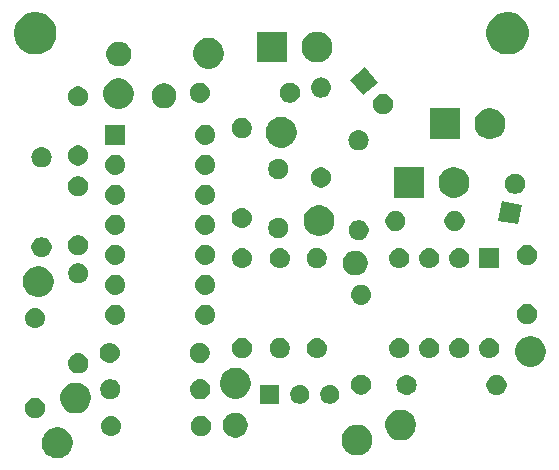
<source format=gbr>
G04 #@! TF.GenerationSoftware,KiCad,Pcbnew,(5.1.2-1)-1*
G04 #@! TF.CreationDate,2022-01-04T14:15:44-05:00*
G04 #@! TF.ProjectId,Utility LFO - CGS,5574696c-6974-4792-904c-464f202d2043,rev?*
G04 #@! TF.SameCoordinates,Original*
G04 #@! TF.FileFunction,Soldermask,Bot*
G04 #@! TF.FilePolarity,Negative*
%FSLAX46Y46*%
G04 Gerber Fmt 4.6, Leading zero omitted, Abs format (unit mm)*
G04 Created by KiCad (PCBNEW (5.1.2-1)-1) date 2022-01-04 14:15:44*
%MOMM*%
%LPD*%
G04 APERTURE LIST*
%ADD10C,0.100000*%
G04 APERTURE END LIST*
D10*
G36*
X18239393Y-49439304D02*
G01*
X18429934Y-49518229D01*
X18476103Y-49537353D01*
X18689135Y-49679696D01*
X18870304Y-49860865D01*
X19012647Y-50073897D01*
X19012648Y-50073899D01*
X19110696Y-50310607D01*
X19160680Y-50561893D01*
X19160680Y-50818107D01*
X19110696Y-51069393D01*
X19023818Y-51279134D01*
X19012647Y-51306103D01*
X18870304Y-51519135D01*
X18689135Y-51700304D01*
X18476103Y-51842647D01*
X18476102Y-51842648D01*
X18476101Y-51842648D01*
X18239393Y-51940696D01*
X17988107Y-51990680D01*
X17731893Y-51990680D01*
X17480607Y-51940696D01*
X17243899Y-51842648D01*
X17243898Y-51842648D01*
X17243897Y-51842647D01*
X17030865Y-51700304D01*
X16849696Y-51519135D01*
X16707353Y-51306103D01*
X16696182Y-51279134D01*
X16609304Y-51069393D01*
X16559320Y-50818107D01*
X16559320Y-50561893D01*
X16609304Y-50310607D01*
X16707352Y-50073899D01*
X16707353Y-50073897D01*
X16849696Y-49860865D01*
X17030865Y-49679696D01*
X17243897Y-49537353D01*
X17290066Y-49518229D01*
X17480607Y-49439304D01*
X17731893Y-49389320D01*
X17988107Y-49389320D01*
X18239393Y-49439304D01*
X18239393Y-49439304D01*
G37*
G36*
X43629393Y-49199304D02*
G01*
X43856719Y-49293466D01*
X43866103Y-49297353D01*
X44079135Y-49439696D01*
X44260304Y-49620865D01*
X44388337Y-49812481D01*
X44402648Y-49833899D01*
X44500696Y-50070607D01*
X44550680Y-50321893D01*
X44550680Y-50578107D01*
X44500696Y-50829393D01*
X44402648Y-51066101D01*
X44402647Y-51066103D01*
X44260304Y-51279135D01*
X44079135Y-51460304D01*
X43866103Y-51602647D01*
X43866102Y-51602648D01*
X43866101Y-51602648D01*
X43629393Y-51700696D01*
X43378107Y-51750680D01*
X43121893Y-51750680D01*
X42870607Y-51700696D01*
X42633899Y-51602648D01*
X42633898Y-51602648D01*
X42633897Y-51602647D01*
X42420865Y-51460304D01*
X42239696Y-51279135D01*
X42097353Y-51066103D01*
X42097352Y-51066101D01*
X41999304Y-50829393D01*
X41949320Y-50578107D01*
X41949320Y-50321893D01*
X41999304Y-50070607D01*
X42097352Y-49833899D01*
X42111663Y-49812481D01*
X42239696Y-49620865D01*
X42420865Y-49439696D01*
X42633897Y-49297353D01*
X42643281Y-49293466D01*
X42870607Y-49199304D01*
X43121893Y-49149320D01*
X43378107Y-49149320D01*
X43629393Y-49199304D01*
X43629393Y-49199304D01*
G37*
G36*
X47319393Y-47919304D02*
G01*
X47556101Y-48017352D01*
X47556103Y-48017353D01*
X47769135Y-48159696D01*
X47950304Y-48340865D01*
X48070233Y-48520352D01*
X48092648Y-48553899D01*
X48190696Y-48790607D01*
X48240680Y-49041893D01*
X48240680Y-49298107D01*
X48190696Y-49549393D01*
X48133452Y-49687592D01*
X48092647Y-49786103D01*
X47950304Y-49999135D01*
X47769135Y-50180304D01*
X47556103Y-50322647D01*
X47556102Y-50322648D01*
X47556101Y-50322648D01*
X47319393Y-50420696D01*
X47068107Y-50470680D01*
X46811893Y-50470680D01*
X46560607Y-50420696D01*
X46323899Y-50322648D01*
X46323898Y-50322648D01*
X46323897Y-50322647D01*
X46110865Y-50180304D01*
X45929696Y-49999135D01*
X45787353Y-49786103D01*
X45746548Y-49687592D01*
X45689304Y-49549393D01*
X45639320Y-49298107D01*
X45639320Y-49041893D01*
X45689304Y-48790607D01*
X45787352Y-48553899D01*
X45809767Y-48520352D01*
X45929696Y-48340865D01*
X46110865Y-48159696D01*
X46323897Y-48017353D01*
X46323899Y-48017352D01*
X46560607Y-47919304D01*
X46811893Y-47869320D01*
X47068107Y-47869320D01*
X47319393Y-47919304D01*
X47319393Y-47919304D01*
G37*
G36*
X33256416Y-48179879D02*
G01*
X33447592Y-48259067D01*
X33447594Y-48259068D01*
X33619648Y-48374031D01*
X33765969Y-48520352D01*
X33862848Y-48665341D01*
X33880933Y-48692408D01*
X33960121Y-48883584D01*
X34000490Y-49086534D01*
X34000490Y-49293466D01*
X33960121Y-49496416D01*
X33880933Y-49687592D01*
X33880932Y-49687594D01*
X33765969Y-49859648D01*
X33619648Y-50005969D01*
X33447594Y-50120932D01*
X33447593Y-50120933D01*
X33447592Y-50120933D01*
X33256416Y-50200121D01*
X33053466Y-50240490D01*
X32846534Y-50240490D01*
X32643584Y-50200121D01*
X32452408Y-50120933D01*
X32452407Y-50120933D01*
X32452406Y-50120932D01*
X32280352Y-50005969D01*
X32134031Y-49859648D01*
X32019068Y-49687594D01*
X32019067Y-49687592D01*
X31939879Y-49496416D01*
X31899510Y-49293466D01*
X31899510Y-49086534D01*
X31939879Y-48883584D01*
X32019067Y-48692408D01*
X32037153Y-48665341D01*
X32134031Y-48520352D01*
X32280352Y-48374031D01*
X32452406Y-48259068D01*
X32452408Y-48259067D01*
X32643584Y-48179879D01*
X32846534Y-48139510D01*
X33053466Y-48139510D01*
X33256416Y-48179879D01*
X33256416Y-48179879D01*
G37*
G36*
X30278228Y-48451703D02*
G01*
X30433100Y-48515853D01*
X30572481Y-48608985D01*
X30691015Y-48727519D01*
X30784147Y-48866900D01*
X30848297Y-49021772D01*
X30881000Y-49186184D01*
X30881000Y-49353816D01*
X30848297Y-49518228D01*
X30784147Y-49673100D01*
X30691015Y-49812481D01*
X30572481Y-49931015D01*
X30433100Y-50024147D01*
X30278228Y-50088297D01*
X30113816Y-50121000D01*
X29946184Y-50121000D01*
X29781772Y-50088297D01*
X29626900Y-50024147D01*
X29487519Y-49931015D01*
X29368985Y-49812481D01*
X29275853Y-49673100D01*
X29211703Y-49518228D01*
X29179000Y-49353816D01*
X29179000Y-49186184D01*
X29211703Y-49021772D01*
X29275853Y-48866900D01*
X29368985Y-48727519D01*
X29487519Y-48608985D01*
X29626900Y-48515853D01*
X29781772Y-48451703D01*
X29946184Y-48419000D01*
X30113816Y-48419000D01*
X30278228Y-48451703D01*
X30278228Y-48451703D01*
G37*
G36*
X22576823Y-48431313D02*
G01*
X22737242Y-48479976D01*
X22804361Y-48515852D01*
X22885078Y-48558996D01*
X23014659Y-48665341D01*
X23121004Y-48794922D01*
X23121005Y-48794924D01*
X23200024Y-48942758D01*
X23248687Y-49103177D01*
X23265117Y-49270000D01*
X23248687Y-49436823D01*
X23200024Y-49597242D01*
X23159477Y-49673100D01*
X23121004Y-49745078D01*
X23014659Y-49874659D01*
X22885078Y-49981004D01*
X22885076Y-49981005D01*
X22737242Y-50060024D01*
X22576823Y-50108687D01*
X22451804Y-50121000D01*
X22368196Y-50121000D01*
X22243177Y-50108687D01*
X22082758Y-50060024D01*
X21934924Y-49981005D01*
X21934922Y-49981004D01*
X21805341Y-49874659D01*
X21698996Y-49745078D01*
X21660523Y-49673100D01*
X21619976Y-49597242D01*
X21571313Y-49436823D01*
X21554883Y-49270000D01*
X21571313Y-49103177D01*
X21619976Y-48942758D01*
X21698995Y-48794924D01*
X21698996Y-48794922D01*
X21805341Y-48665341D01*
X21934922Y-48558996D01*
X22015639Y-48515852D01*
X22082758Y-48479976D01*
X22243177Y-48431313D01*
X22368196Y-48419000D01*
X22451804Y-48419000D01*
X22576823Y-48431313D01*
X22576823Y-48431313D01*
G37*
G36*
X16238228Y-46921703D02*
G01*
X16393100Y-46985853D01*
X16532481Y-47078985D01*
X16651015Y-47197519D01*
X16744147Y-47336900D01*
X16808297Y-47491772D01*
X16841000Y-47656184D01*
X16841000Y-47823816D01*
X16808297Y-47988228D01*
X16744147Y-48143100D01*
X16651015Y-48282481D01*
X16532481Y-48401015D01*
X16393100Y-48494147D01*
X16238228Y-48558297D01*
X16073816Y-48591000D01*
X15906184Y-48591000D01*
X15741772Y-48558297D01*
X15586900Y-48494147D01*
X15447519Y-48401015D01*
X15328985Y-48282481D01*
X15235853Y-48143100D01*
X15171703Y-47988228D01*
X15139000Y-47823816D01*
X15139000Y-47656184D01*
X15171703Y-47491772D01*
X15235853Y-47336900D01*
X15328985Y-47197519D01*
X15447519Y-47078985D01*
X15586900Y-46985853D01*
X15741772Y-46921703D01*
X15906184Y-46889000D01*
X16073816Y-46889000D01*
X16238228Y-46921703D01*
X16238228Y-46921703D01*
G37*
G36*
X19809393Y-45639304D02*
G01*
X20046101Y-45737352D01*
X20046103Y-45737353D01*
X20259135Y-45879696D01*
X20440304Y-46060865D01*
X20570756Y-46256101D01*
X20582648Y-46273899D01*
X20680696Y-46510607D01*
X20730680Y-46761893D01*
X20730680Y-47018107D01*
X20680696Y-47269393D01*
X20588584Y-47491771D01*
X20582647Y-47506103D01*
X20440304Y-47719135D01*
X20259135Y-47900304D01*
X20046103Y-48042647D01*
X20046102Y-48042648D01*
X20046101Y-48042648D01*
X19809393Y-48140696D01*
X19558107Y-48190680D01*
X19301893Y-48190680D01*
X19050607Y-48140696D01*
X18813899Y-48042648D01*
X18813898Y-48042648D01*
X18813897Y-48042647D01*
X18600865Y-47900304D01*
X18419696Y-47719135D01*
X18277353Y-47506103D01*
X18271416Y-47491771D01*
X18179304Y-47269393D01*
X18129320Y-47018107D01*
X18129320Y-46761893D01*
X18179304Y-46510607D01*
X18277352Y-46273899D01*
X18289244Y-46256101D01*
X18419696Y-46060865D01*
X18600865Y-45879696D01*
X18813897Y-45737353D01*
X18813899Y-45737352D01*
X19050607Y-45639304D01*
X19301893Y-45589320D01*
X19558107Y-45589320D01*
X19809393Y-45639304D01*
X19809393Y-45639304D01*
G37*
G36*
X41173642Y-45799781D02*
G01*
X41279951Y-45843816D01*
X41319416Y-45860163D01*
X41450608Y-45947822D01*
X41562178Y-46059392D01*
X41631471Y-46163097D01*
X41649838Y-46190586D01*
X41710219Y-46336358D01*
X41741000Y-46491107D01*
X41741000Y-46648893D01*
X41710219Y-46803642D01*
X41686458Y-46861005D01*
X41649837Y-46949416D01*
X41562178Y-47080608D01*
X41450608Y-47192178D01*
X41319416Y-47279837D01*
X41319415Y-47279838D01*
X41319414Y-47279838D01*
X41173642Y-47340219D01*
X41018893Y-47371000D01*
X40861107Y-47371000D01*
X40706358Y-47340219D01*
X40560586Y-47279838D01*
X40560585Y-47279838D01*
X40560584Y-47279837D01*
X40429392Y-47192178D01*
X40317822Y-47080608D01*
X40230163Y-46949416D01*
X40193542Y-46861005D01*
X40169781Y-46803642D01*
X40139000Y-46648893D01*
X40139000Y-46491107D01*
X40169781Y-46336358D01*
X40230162Y-46190586D01*
X40248529Y-46163097D01*
X40317822Y-46059392D01*
X40429392Y-45947822D01*
X40560584Y-45860163D01*
X40600049Y-45843816D01*
X40706358Y-45799781D01*
X40861107Y-45769000D01*
X41018893Y-45769000D01*
X41173642Y-45799781D01*
X41173642Y-45799781D01*
G37*
G36*
X38633642Y-45799781D02*
G01*
X38739951Y-45843816D01*
X38779416Y-45860163D01*
X38910608Y-45947822D01*
X39022178Y-46059392D01*
X39091471Y-46163097D01*
X39109838Y-46190586D01*
X39170219Y-46336358D01*
X39201000Y-46491107D01*
X39201000Y-46648893D01*
X39170219Y-46803642D01*
X39146458Y-46861005D01*
X39109837Y-46949416D01*
X39022178Y-47080608D01*
X38910608Y-47192178D01*
X38779416Y-47279837D01*
X38779415Y-47279838D01*
X38779414Y-47279838D01*
X38633642Y-47340219D01*
X38478893Y-47371000D01*
X38321107Y-47371000D01*
X38166358Y-47340219D01*
X38020586Y-47279838D01*
X38020585Y-47279838D01*
X38020584Y-47279837D01*
X37889392Y-47192178D01*
X37777822Y-47080608D01*
X37690163Y-46949416D01*
X37653542Y-46861005D01*
X37629781Y-46803642D01*
X37599000Y-46648893D01*
X37599000Y-46491107D01*
X37629781Y-46336358D01*
X37690162Y-46190586D01*
X37708529Y-46163097D01*
X37777822Y-46059392D01*
X37889392Y-45947822D01*
X38020584Y-45860163D01*
X38060049Y-45843816D01*
X38166358Y-45799781D01*
X38321107Y-45769000D01*
X38478893Y-45769000D01*
X38633642Y-45799781D01*
X38633642Y-45799781D01*
G37*
G36*
X36661000Y-47371000D02*
G01*
X35059000Y-47371000D01*
X35059000Y-45769000D01*
X36661000Y-45769000D01*
X36661000Y-47371000D01*
X36661000Y-47371000D01*
G37*
G36*
X30136823Y-45311313D02*
G01*
X30297242Y-45359976D01*
X30366327Y-45396903D01*
X30445078Y-45438996D01*
X30574659Y-45545341D01*
X30681004Y-45674922D01*
X30681679Y-45676185D01*
X30760024Y-45822758D01*
X30808687Y-45983177D01*
X30825117Y-46150000D01*
X30808687Y-46316823D01*
X30760024Y-46477242D01*
X30719477Y-46553100D01*
X30681004Y-46625078D01*
X30574659Y-46754659D01*
X30445078Y-46861004D01*
X30445076Y-46861005D01*
X30297242Y-46940024D01*
X30297239Y-46940025D01*
X30267380Y-46949083D01*
X30136823Y-46988687D01*
X30011804Y-47001000D01*
X29928196Y-47001000D01*
X29803177Y-46988687D01*
X29672620Y-46949083D01*
X29642761Y-46940025D01*
X29642758Y-46940024D01*
X29494924Y-46861005D01*
X29494922Y-46861004D01*
X29365341Y-46754659D01*
X29258996Y-46625078D01*
X29220523Y-46553100D01*
X29179976Y-46477242D01*
X29131313Y-46316823D01*
X29114883Y-46150000D01*
X29131313Y-45983177D01*
X29179976Y-45822758D01*
X29258321Y-45676185D01*
X29258996Y-45674922D01*
X29365341Y-45545341D01*
X29494922Y-45438996D01*
X29573673Y-45396903D01*
X29642758Y-45359976D01*
X29803177Y-45311313D01*
X29928196Y-45299000D01*
X30011804Y-45299000D01*
X30136823Y-45311313D01*
X30136823Y-45311313D01*
G37*
G36*
X22598228Y-45331703D02*
G01*
X22753100Y-45395853D01*
X22892481Y-45488985D01*
X23011015Y-45607519D01*
X23104147Y-45746900D01*
X23168297Y-45901772D01*
X23201000Y-46066184D01*
X23201000Y-46233816D01*
X23168297Y-46398228D01*
X23104147Y-46553100D01*
X23011015Y-46692481D01*
X22892481Y-46811015D01*
X22753100Y-46904147D01*
X22598228Y-46968297D01*
X22433816Y-47001000D01*
X22266184Y-47001000D01*
X22101772Y-46968297D01*
X21946900Y-46904147D01*
X21807519Y-46811015D01*
X21688985Y-46692481D01*
X21595853Y-46553100D01*
X21531703Y-46398228D01*
X21499000Y-46233816D01*
X21499000Y-46066184D01*
X21531703Y-45901772D01*
X21595853Y-45746900D01*
X21688985Y-45607519D01*
X21807519Y-45488985D01*
X21946900Y-45395853D01*
X22101772Y-45331703D01*
X22266184Y-45299000D01*
X22433816Y-45299000D01*
X22598228Y-45331703D01*
X22598228Y-45331703D01*
G37*
G36*
X33329393Y-44389304D02*
G01*
X33566101Y-44487352D01*
X33566103Y-44487353D01*
X33779135Y-44629696D01*
X33960304Y-44810865D01*
X34093345Y-45009976D01*
X34102648Y-45023899D01*
X34200696Y-45260607D01*
X34250680Y-45511893D01*
X34250680Y-45768107D01*
X34200696Y-46019393D01*
X34141170Y-46163100D01*
X34102647Y-46256103D01*
X33960304Y-46469135D01*
X33779135Y-46650304D01*
X33566103Y-46792647D01*
X33566102Y-46792648D01*
X33566101Y-46792648D01*
X33329393Y-46890696D01*
X33078107Y-46940680D01*
X32821893Y-46940680D01*
X32570607Y-46890696D01*
X32333899Y-46792648D01*
X32333898Y-46792648D01*
X32333897Y-46792647D01*
X32120865Y-46650304D01*
X31939696Y-46469135D01*
X31797353Y-46256103D01*
X31758830Y-46163100D01*
X31699304Y-46019393D01*
X31649320Y-45768107D01*
X31649320Y-45511893D01*
X31699304Y-45260607D01*
X31797352Y-45023899D01*
X31806655Y-45009976D01*
X31939696Y-44810865D01*
X32120865Y-44629696D01*
X32333897Y-44487353D01*
X32333899Y-44487352D01*
X32570607Y-44389304D01*
X32821893Y-44339320D01*
X33078107Y-44339320D01*
X33329393Y-44389304D01*
X33329393Y-44389304D01*
G37*
G36*
X47606823Y-44961313D02*
G01*
X47737380Y-45000917D01*
X47753651Y-45005853D01*
X47767242Y-45009976D01*
X47834361Y-45045852D01*
X47915078Y-45088996D01*
X48044659Y-45195341D01*
X48151004Y-45324922D01*
X48151005Y-45324924D01*
X48230024Y-45472758D01*
X48278687Y-45633177D01*
X48295117Y-45800000D01*
X48278687Y-45966823D01*
X48230024Y-46127242D01*
X48189477Y-46203100D01*
X48151004Y-46275078D01*
X48044659Y-46404659D01*
X47915078Y-46511004D01*
X47915076Y-46511005D01*
X47767242Y-46590024D01*
X47606823Y-46638687D01*
X47481804Y-46651000D01*
X47398196Y-46651000D01*
X47273177Y-46638687D01*
X47112758Y-46590024D01*
X46964924Y-46511005D01*
X46964922Y-46511004D01*
X46835341Y-46404659D01*
X46728996Y-46275078D01*
X46690523Y-46203100D01*
X46649976Y-46127242D01*
X46601313Y-45966823D01*
X46584883Y-45800000D01*
X46601313Y-45633177D01*
X46649976Y-45472758D01*
X46728995Y-45324924D01*
X46728996Y-45324922D01*
X46835341Y-45195341D01*
X46964922Y-45088996D01*
X47045639Y-45045852D01*
X47112758Y-45009976D01*
X47126350Y-45005853D01*
X47142620Y-45000917D01*
X47273177Y-44961313D01*
X47398196Y-44949000D01*
X47481804Y-44949000D01*
X47606823Y-44961313D01*
X47606823Y-44961313D01*
G37*
G36*
X55308228Y-44981703D02*
G01*
X55463100Y-45045853D01*
X55602481Y-45138985D01*
X55721015Y-45257519D01*
X55814147Y-45396900D01*
X55878297Y-45551772D01*
X55911000Y-45716184D01*
X55911000Y-45883816D01*
X55878297Y-46048228D01*
X55814147Y-46203100D01*
X55721015Y-46342481D01*
X55602481Y-46461015D01*
X55463100Y-46554147D01*
X55308228Y-46618297D01*
X55143816Y-46651000D01*
X54976184Y-46651000D01*
X54811772Y-46618297D01*
X54656900Y-46554147D01*
X54517519Y-46461015D01*
X54398985Y-46342481D01*
X54305853Y-46203100D01*
X54241703Y-46048228D01*
X54209000Y-45883816D01*
X54209000Y-45716184D01*
X54241703Y-45551772D01*
X54305853Y-45396900D01*
X54398985Y-45257519D01*
X54517519Y-45138985D01*
X54656900Y-45045853D01*
X54811772Y-44981703D01*
X54976184Y-44949000D01*
X55143816Y-44949000D01*
X55308228Y-44981703D01*
X55308228Y-44981703D01*
G37*
G36*
X43838228Y-44941703D02*
G01*
X43993100Y-45005853D01*
X44132481Y-45098985D01*
X44251015Y-45217519D01*
X44344147Y-45356900D01*
X44408297Y-45511772D01*
X44441000Y-45676184D01*
X44441000Y-45843816D01*
X44408297Y-46008228D01*
X44344147Y-46163100D01*
X44251015Y-46302481D01*
X44132481Y-46421015D01*
X43993100Y-46514147D01*
X43838228Y-46578297D01*
X43673816Y-46611000D01*
X43506184Y-46611000D01*
X43341772Y-46578297D01*
X43186900Y-46514147D01*
X43047519Y-46421015D01*
X42928985Y-46302481D01*
X42835853Y-46163100D01*
X42771703Y-46008228D01*
X42739000Y-45843816D01*
X42739000Y-45676184D01*
X42771703Y-45511772D01*
X42835853Y-45356900D01*
X42928985Y-45217519D01*
X43047519Y-45098985D01*
X43186900Y-45005853D01*
X43341772Y-44941703D01*
X43506184Y-44909000D01*
X43673816Y-44909000D01*
X43838228Y-44941703D01*
X43838228Y-44941703D01*
G37*
G36*
X19806823Y-43121313D02*
G01*
X19967242Y-43169976D01*
X20099906Y-43240886D01*
X20115078Y-43248996D01*
X20244659Y-43355341D01*
X20351004Y-43484922D01*
X20351005Y-43484924D01*
X20430024Y-43632758D01*
X20478687Y-43793177D01*
X20495117Y-43960000D01*
X20478687Y-44126823D01*
X20430024Y-44287242D01*
X20375471Y-44389304D01*
X20351004Y-44435078D01*
X20244659Y-44564659D01*
X20115078Y-44671004D01*
X20115076Y-44671005D01*
X19967242Y-44750024D01*
X19806823Y-44798687D01*
X19681804Y-44811000D01*
X19598196Y-44811000D01*
X19473177Y-44798687D01*
X19312758Y-44750024D01*
X19164924Y-44671005D01*
X19164922Y-44671004D01*
X19035341Y-44564659D01*
X18928996Y-44435078D01*
X18904529Y-44389304D01*
X18849976Y-44287242D01*
X18801313Y-44126823D01*
X18784883Y-43960000D01*
X18801313Y-43793177D01*
X18849976Y-43632758D01*
X18928995Y-43484924D01*
X18928996Y-43484922D01*
X19035341Y-43355341D01*
X19164922Y-43248996D01*
X19180094Y-43240886D01*
X19312758Y-43169976D01*
X19473177Y-43121313D01*
X19598196Y-43109000D01*
X19681804Y-43109000D01*
X19806823Y-43121313D01*
X19806823Y-43121313D01*
G37*
G36*
X58299393Y-41689304D02*
G01*
X58536101Y-41787352D01*
X58536103Y-41787353D01*
X58749135Y-41929696D01*
X58930304Y-42110865D01*
X59067272Y-42315853D01*
X59072648Y-42323899D01*
X59170696Y-42560607D01*
X59220680Y-42811893D01*
X59220680Y-43068107D01*
X59170696Y-43319393D01*
X59087187Y-43521000D01*
X59072647Y-43556103D01*
X58930304Y-43769135D01*
X58749135Y-43950304D01*
X58536103Y-44092647D01*
X58536102Y-44092648D01*
X58536101Y-44092648D01*
X58299393Y-44190696D01*
X58048107Y-44240680D01*
X57791893Y-44240680D01*
X57540607Y-44190696D01*
X57303899Y-44092648D01*
X57303898Y-44092648D01*
X57303897Y-44092647D01*
X57090865Y-43950304D01*
X56909696Y-43769135D01*
X56767353Y-43556103D01*
X56752813Y-43521000D01*
X56669304Y-43319393D01*
X56619320Y-43068107D01*
X56619320Y-42811893D01*
X56669304Y-42560607D01*
X56767352Y-42323899D01*
X56772728Y-42315853D01*
X56909696Y-42110865D01*
X57090865Y-41929696D01*
X57303897Y-41787353D01*
X57303899Y-41787352D01*
X57540607Y-41689304D01*
X57791893Y-41639320D01*
X58048107Y-41639320D01*
X58299393Y-41689304D01*
X58299393Y-41689304D01*
G37*
G36*
X22466823Y-42231313D02*
G01*
X22627242Y-42279976D01*
X22694361Y-42315852D01*
X22775078Y-42358996D01*
X22904659Y-42465341D01*
X23011004Y-42594922D01*
X23011005Y-42594924D01*
X23090024Y-42742758D01*
X23138687Y-42903177D01*
X23155117Y-43070000D01*
X23138687Y-43236823D01*
X23113639Y-43319393D01*
X23094950Y-43381005D01*
X23090024Y-43397242D01*
X23049477Y-43473100D01*
X23011004Y-43545078D01*
X22904659Y-43674659D01*
X22775078Y-43781004D01*
X22775076Y-43781005D01*
X22627242Y-43860024D01*
X22466823Y-43908687D01*
X22341804Y-43921000D01*
X22258196Y-43921000D01*
X22133177Y-43908687D01*
X21972758Y-43860024D01*
X21824924Y-43781005D01*
X21824922Y-43781004D01*
X21695341Y-43674659D01*
X21588996Y-43545078D01*
X21550523Y-43473100D01*
X21509976Y-43397242D01*
X21505051Y-43381005D01*
X21486361Y-43319393D01*
X21461313Y-43236823D01*
X21444883Y-43070000D01*
X21461313Y-42903177D01*
X21509976Y-42742758D01*
X21588995Y-42594924D01*
X21588996Y-42594922D01*
X21695341Y-42465341D01*
X21824922Y-42358996D01*
X21905639Y-42315852D01*
X21972758Y-42279976D01*
X22133177Y-42231313D01*
X22258196Y-42219000D01*
X22341804Y-42219000D01*
X22466823Y-42231313D01*
X22466823Y-42231313D01*
G37*
G36*
X30168228Y-42251703D02*
G01*
X30323100Y-42315853D01*
X30462481Y-42408985D01*
X30581015Y-42527519D01*
X30674147Y-42666900D01*
X30738297Y-42821772D01*
X30771000Y-42986184D01*
X30771000Y-43153816D01*
X30738297Y-43318228D01*
X30674147Y-43473100D01*
X30581015Y-43612481D01*
X30462481Y-43731015D01*
X30323100Y-43824147D01*
X30168228Y-43888297D01*
X30003816Y-43921000D01*
X29836184Y-43921000D01*
X29671772Y-43888297D01*
X29516900Y-43824147D01*
X29377519Y-43731015D01*
X29258985Y-43612481D01*
X29165853Y-43473100D01*
X29101703Y-43318228D01*
X29069000Y-43153816D01*
X29069000Y-42986184D01*
X29101703Y-42821772D01*
X29165853Y-42666900D01*
X29258985Y-42527519D01*
X29377519Y-42408985D01*
X29516900Y-42315853D01*
X29671772Y-42251703D01*
X29836184Y-42219000D01*
X30003816Y-42219000D01*
X30168228Y-42251703D01*
X30168228Y-42251703D01*
G37*
G36*
X54616822Y-41831313D02*
G01*
X54777241Y-41879976D01*
X54825653Y-41905853D01*
X54925077Y-41958996D01*
X55054658Y-42065341D01*
X55161003Y-42194922D01*
X55161004Y-42194924D01*
X55240023Y-42342758D01*
X55240024Y-42342761D01*
X55244949Y-42358996D01*
X55288686Y-42503177D01*
X55305116Y-42670000D01*
X55288686Y-42836823D01*
X55240023Y-42997242D01*
X55199476Y-43073100D01*
X55161003Y-43145078D01*
X55054658Y-43274659D01*
X54925077Y-43381004D01*
X54925075Y-43381005D01*
X54777241Y-43460024D01*
X54616822Y-43508687D01*
X54491803Y-43521000D01*
X54408195Y-43521000D01*
X54283176Y-43508687D01*
X54122757Y-43460024D01*
X53974923Y-43381005D01*
X53974921Y-43381004D01*
X53845340Y-43274659D01*
X53738995Y-43145078D01*
X53700522Y-43073100D01*
X53659975Y-42997242D01*
X53611312Y-42836823D01*
X53594882Y-42670000D01*
X53611312Y-42503177D01*
X53655049Y-42358996D01*
X53659974Y-42342761D01*
X53659975Y-42342758D01*
X53738994Y-42194924D01*
X53738995Y-42194922D01*
X53845340Y-42065341D01*
X53974921Y-41958996D01*
X54074345Y-41905853D01*
X54122757Y-41879976D01*
X54283176Y-41831313D01*
X54408195Y-41819000D01*
X54491803Y-41819000D01*
X54616822Y-41831313D01*
X54616822Y-41831313D01*
G37*
G36*
X52076822Y-41831313D02*
G01*
X52237241Y-41879976D01*
X52285653Y-41905853D01*
X52385077Y-41958996D01*
X52514658Y-42065341D01*
X52621003Y-42194922D01*
X52621004Y-42194924D01*
X52700023Y-42342758D01*
X52700024Y-42342761D01*
X52704949Y-42358996D01*
X52748686Y-42503177D01*
X52765116Y-42670000D01*
X52748686Y-42836823D01*
X52700023Y-42997242D01*
X52659476Y-43073100D01*
X52621003Y-43145078D01*
X52514658Y-43274659D01*
X52385077Y-43381004D01*
X52385075Y-43381005D01*
X52237241Y-43460024D01*
X52076822Y-43508687D01*
X51951803Y-43521000D01*
X51868195Y-43521000D01*
X51743176Y-43508687D01*
X51582757Y-43460024D01*
X51434923Y-43381005D01*
X51434921Y-43381004D01*
X51305340Y-43274659D01*
X51198995Y-43145078D01*
X51160522Y-43073100D01*
X51119975Y-42997242D01*
X51071312Y-42836823D01*
X51054882Y-42670000D01*
X51071312Y-42503177D01*
X51115049Y-42358996D01*
X51119974Y-42342761D01*
X51119975Y-42342758D01*
X51198994Y-42194924D01*
X51198995Y-42194922D01*
X51305340Y-42065341D01*
X51434921Y-41958996D01*
X51534345Y-41905853D01*
X51582757Y-41879976D01*
X51743176Y-41831313D01*
X51868195Y-41819000D01*
X51951803Y-41819000D01*
X52076822Y-41831313D01*
X52076822Y-41831313D01*
G37*
G36*
X49536822Y-41831313D02*
G01*
X49697241Y-41879976D01*
X49745653Y-41905853D01*
X49845077Y-41958996D01*
X49974658Y-42065341D01*
X50081003Y-42194922D01*
X50081004Y-42194924D01*
X50160023Y-42342758D01*
X50160024Y-42342761D01*
X50164949Y-42358996D01*
X50208686Y-42503177D01*
X50225116Y-42670000D01*
X50208686Y-42836823D01*
X50160023Y-42997242D01*
X50119476Y-43073100D01*
X50081003Y-43145078D01*
X49974658Y-43274659D01*
X49845077Y-43381004D01*
X49845075Y-43381005D01*
X49697241Y-43460024D01*
X49536822Y-43508687D01*
X49411803Y-43521000D01*
X49328195Y-43521000D01*
X49203176Y-43508687D01*
X49042757Y-43460024D01*
X48894923Y-43381005D01*
X48894921Y-43381004D01*
X48765340Y-43274659D01*
X48658995Y-43145078D01*
X48620522Y-43073100D01*
X48579975Y-42997242D01*
X48531312Y-42836823D01*
X48514882Y-42670000D01*
X48531312Y-42503177D01*
X48575049Y-42358996D01*
X48579974Y-42342761D01*
X48579975Y-42342758D01*
X48658994Y-42194924D01*
X48658995Y-42194922D01*
X48765340Y-42065341D01*
X48894921Y-41958996D01*
X48994345Y-41905853D01*
X49042757Y-41879976D01*
X49203176Y-41831313D01*
X49328195Y-41819000D01*
X49411803Y-41819000D01*
X49536822Y-41831313D01*
X49536822Y-41831313D01*
G37*
G36*
X46996822Y-41831313D02*
G01*
X47157241Y-41879976D01*
X47205653Y-41905853D01*
X47305077Y-41958996D01*
X47434658Y-42065341D01*
X47541003Y-42194922D01*
X47541004Y-42194924D01*
X47620023Y-42342758D01*
X47620024Y-42342761D01*
X47624949Y-42358996D01*
X47668686Y-42503177D01*
X47685116Y-42670000D01*
X47668686Y-42836823D01*
X47620023Y-42997242D01*
X47579476Y-43073100D01*
X47541003Y-43145078D01*
X47434658Y-43274659D01*
X47305077Y-43381004D01*
X47305075Y-43381005D01*
X47157241Y-43460024D01*
X46996822Y-43508687D01*
X46871803Y-43521000D01*
X46788195Y-43521000D01*
X46663176Y-43508687D01*
X46502757Y-43460024D01*
X46354923Y-43381005D01*
X46354921Y-43381004D01*
X46225340Y-43274659D01*
X46118995Y-43145078D01*
X46080522Y-43073100D01*
X46039975Y-42997242D01*
X45991312Y-42836823D01*
X45974882Y-42670000D01*
X45991312Y-42503177D01*
X46035049Y-42358996D01*
X46039974Y-42342761D01*
X46039975Y-42342758D01*
X46118994Y-42194924D01*
X46118995Y-42194922D01*
X46225340Y-42065341D01*
X46354921Y-41958996D01*
X46454345Y-41905853D01*
X46502757Y-41879976D01*
X46663176Y-41831313D01*
X46788195Y-41819000D01*
X46871803Y-41819000D01*
X46996822Y-41831313D01*
X46996822Y-41831313D01*
G37*
G36*
X39996823Y-41831313D02*
G01*
X40157242Y-41879976D01*
X40205654Y-41905853D01*
X40305078Y-41958996D01*
X40434659Y-42065341D01*
X40541004Y-42194922D01*
X40541005Y-42194924D01*
X40620024Y-42342758D01*
X40620025Y-42342761D01*
X40624950Y-42358996D01*
X40668687Y-42503177D01*
X40685117Y-42670000D01*
X40668687Y-42836823D01*
X40620024Y-42997242D01*
X40579477Y-43073100D01*
X40541004Y-43145078D01*
X40434659Y-43274659D01*
X40305078Y-43381004D01*
X40305076Y-43381005D01*
X40157242Y-43460024D01*
X39996823Y-43508687D01*
X39871804Y-43521000D01*
X39788196Y-43521000D01*
X39663177Y-43508687D01*
X39502758Y-43460024D01*
X39354924Y-43381005D01*
X39354922Y-43381004D01*
X39225341Y-43274659D01*
X39118996Y-43145078D01*
X39080523Y-43073100D01*
X39039976Y-42997242D01*
X38991313Y-42836823D01*
X38974883Y-42670000D01*
X38991313Y-42503177D01*
X39035050Y-42358996D01*
X39039975Y-42342761D01*
X39039976Y-42342758D01*
X39118995Y-42194924D01*
X39118996Y-42194922D01*
X39225341Y-42065341D01*
X39354922Y-41958996D01*
X39454346Y-41905853D01*
X39502758Y-41879976D01*
X39663177Y-41831313D01*
X39788196Y-41819000D01*
X39871804Y-41819000D01*
X39996823Y-41831313D01*
X39996823Y-41831313D01*
G37*
G36*
X36958228Y-41851703D02*
G01*
X37113100Y-41915853D01*
X37252481Y-42008985D01*
X37371015Y-42127519D01*
X37464147Y-42266900D01*
X37528297Y-42421772D01*
X37561000Y-42586184D01*
X37561000Y-42753816D01*
X37528297Y-42918228D01*
X37464147Y-43073100D01*
X37371015Y-43212481D01*
X37252481Y-43331015D01*
X37113100Y-43424147D01*
X36958228Y-43488297D01*
X36793816Y-43521000D01*
X36626184Y-43521000D01*
X36461772Y-43488297D01*
X36306900Y-43424147D01*
X36167519Y-43331015D01*
X36048985Y-43212481D01*
X35955853Y-43073100D01*
X35891703Y-42918228D01*
X35859000Y-42753816D01*
X35859000Y-42586184D01*
X35891703Y-42421772D01*
X35955853Y-42266900D01*
X36048985Y-42127519D01*
X36167519Y-42008985D01*
X36306900Y-41915853D01*
X36461772Y-41851703D01*
X36626184Y-41819000D01*
X36793816Y-41819000D01*
X36958228Y-41851703D01*
X36958228Y-41851703D01*
G37*
G36*
X33758228Y-41841703D02*
G01*
X33913100Y-41905853D01*
X34052481Y-41998985D01*
X34171015Y-42117519D01*
X34264147Y-42256900D01*
X34328297Y-42411772D01*
X34361000Y-42576184D01*
X34361000Y-42743816D01*
X34328297Y-42908228D01*
X34264147Y-43063100D01*
X34171015Y-43202481D01*
X34052481Y-43321015D01*
X33913100Y-43414147D01*
X33758228Y-43478297D01*
X33593816Y-43511000D01*
X33426184Y-43511000D01*
X33261772Y-43478297D01*
X33106900Y-43414147D01*
X32967519Y-43321015D01*
X32848985Y-43202481D01*
X32755853Y-43063100D01*
X32691703Y-42908228D01*
X32659000Y-42743816D01*
X32659000Y-42576184D01*
X32691703Y-42411772D01*
X32755853Y-42256900D01*
X32848985Y-42117519D01*
X32967519Y-41998985D01*
X33106900Y-41905853D01*
X33261772Y-41841703D01*
X33426184Y-41809000D01*
X33593816Y-41809000D01*
X33758228Y-41841703D01*
X33758228Y-41841703D01*
G37*
G36*
X16156823Y-39281313D02*
G01*
X16317242Y-39329976D01*
X16423739Y-39386900D01*
X16465078Y-39408996D01*
X16594659Y-39515341D01*
X16701004Y-39644922D01*
X16701005Y-39644924D01*
X16780024Y-39792758D01*
X16828687Y-39953177D01*
X16845117Y-40120000D01*
X16828687Y-40286823D01*
X16780024Y-40447242D01*
X16719217Y-40561004D01*
X16701004Y-40595078D01*
X16594659Y-40724659D01*
X16465078Y-40831004D01*
X16465076Y-40831005D01*
X16317242Y-40910024D01*
X16156823Y-40958687D01*
X16031804Y-40971000D01*
X15948196Y-40971000D01*
X15823177Y-40958687D01*
X15662758Y-40910024D01*
X15514924Y-40831005D01*
X15514922Y-40831004D01*
X15385341Y-40724659D01*
X15278996Y-40595078D01*
X15260783Y-40561004D01*
X15199976Y-40447242D01*
X15151313Y-40286823D01*
X15134883Y-40120000D01*
X15151313Y-39953177D01*
X15199976Y-39792758D01*
X15278995Y-39644924D01*
X15278996Y-39644922D01*
X15385341Y-39515341D01*
X15514922Y-39408996D01*
X15556261Y-39386900D01*
X15662758Y-39329976D01*
X15823177Y-39281313D01*
X15948196Y-39269000D01*
X16031804Y-39269000D01*
X16156823Y-39281313D01*
X16156823Y-39281313D01*
G37*
G36*
X22936823Y-39011313D02*
G01*
X23097242Y-39059976D01*
X23226349Y-39128985D01*
X23245078Y-39138996D01*
X23374659Y-39245341D01*
X23481004Y-39374922D01*
X23481005Y-39374924D01*
X23560024Y-39522758D01*
X23608687Y-39683177D01*
X23625117Y-39850000D01*
X23608687Y-40016823D01*
X23560024Y-40177242D01*
X23501452Y-40286823D01*
X23481004Y-40325078D01*
X23374659Y-40454659D01*
X23245078Y-40561004D01*
X23245076Y-40561005D01*
X23097242Y-40640024D01*
X22936823Y-40688687D01*
X22811804Y-40701000D01*
X22728196Y-40701000D01*
X22603177Y-40688687D01*
X22442758Y-40640024D01*
X22294924Y-40561005D01*
X22294922Y-40561004D01*
X22165341Y-40454659D01*
X22058996Y-40325078D01*
X22038548Y-40286823D01*
X21979976Y-40177242D01*
X21931313Y-40016823D01*
X21914883Y-39850000D01*
X21931313Y-39683177D01*
X21979976Y-39522758D01*
X22058995Y-39374924D01*
X22058996Y-39374922D01*
X22165341Y-39245341D01*
X22294922Y-39138996D01*
X22313651Y-39128985D01*
X22442758Y-39059976D01*
X22603177Y-39011313D01*
X22728196Y-38999000D01*
X22811804Y-38999000D01*
X22936823Y-39011313D01*
X22936823Y-39011313D01*
G37*
G36*
X30556823Y-39011313D02*
G01*
X30717242Y-39059976D01*
X30846349Y-39128985D01*
X30865078Y-39138996D01*
X30994659Y-39245341D01*
X31101004Y-39374922D01*
X31101005Y-39374924D01*
X31180024Y-39522758D01*
X31228687Y-39683177D01*
X31245117Y-39850000D01*
X31228687Y-40016823D01*
X31180024Y-40177242D01*
X31121452Y-40286823D01*
X31101004Y-40325078D01*
X30994659Y-40454659D01*
X30865078Y-40561004D01*
X30865076Y-40561005D01*
X30717242Y-40640024D01*
X30556823Y-40688687D01*
X30431804Y-40701000D01*
X30348196Y-40701000D01*
X30223177Y-40688687D01*
X30062758Y-40640024D01*
X29914924Y-40561005D01*
X29914922Y-40561004D01*
X29785341Y-40454659D01*
X29678996Y-40325078D01*
X29658548Y-40286823D01*
X29599976Y-40177242D01*
X29551313Y-40016823D01*
X29534883Y-39850000D01*
X29551313Y-39683177D01*
X29599976Y-39522758D01*
X29678995Y-39374924D01*
X29678996Y-39374922D01*
X29785341Y-39245341D01*
X29914922Y-39138996D01*
X29933651Y-39128985D01*
X30062758Y-39059976D01*
X30223177Y-39011313D01*
X30348196Y-38999000D01*
X30431804Y-38999000D01*
X30556823Y-39011313D01*
X30556823Y-39011313D01*
G37*
G36*
X57888225Y-38971703D02*
G01*
X58043097Y-39035853D01*
X58182478Y-39128985D01*
X58301012Y-39247519D01*
X58394144Y-39386900D01*
X58458294Y-39541772D01*
X58490997Y-39706184D01*
X58490997Y-39873816D01*
X58458294Y-40038228D01*
X58394144Y-40193100D01*
X58301012Y-40332481D01*
X58182478Y-40451015D01*
X58043097Y-40544147D01*
X57888225Y-40608297D01*
X57723813Y-40641000D01*
X57556181Y-40641000D01*
X57391769Y-40608297D01*
X57236897Y-40544147D01*
X57097516Y-40451015D01*
X56978982Y-40332481D01*
X56885850Y-40193100D01*
X56821700Y-40038228D01*
X56788997Y-39873816D01*
X56788997Y-39706184D01*
X56821700Y-39541772D01*
X56885850Y-39386900D01*
X56978982Y-39247519D01*
X57097516Y-39128985D01*
X57236897Y-39035853D01*
X57391769Y-38971703D01*
X57556181Y-38939000D01*
X57723813Y-38939000D01*
X57888225Y-38971703D01*
X57888225Y-38971703D01*
G37*
G36*
X43756823Y-37301313D02*
G01*
X43917242Y-37349976D01*
X44047112Y-37419393D01*
X44065078Y-37428996D01*
X44194659Y-37535341D01*
X44301004Y-37664922D01*
X44301005Y-37664924D01*
X44380024Y-37812758D01*
X44428687Y-37973177D01*
X44445117Y-38140000D01*
X44428687Y-38306823D01*
X44380024Y-38467242D01*
X44309114Y-38599906D01*
X44301004Y-38615078D01*
X44194659Y-38744659D01*
X44065078Y-38851004D01*
X44065076Y-38851005D01*
X43917242Y-38930024D01*
X43756823Y-38978687D01*
X43631804Y-38991000D01*
X43548196Y-38991000D01*
X43423177Y-38978687D01*
X43262758Y-38930024D01*
X43114924Y-38851005D01*
X43114922Y-38851004D01*
X42985341Y-38744659D01*
X42878996Y-38615078D01*
X42870886Y-38599906D01*
X42799976Y-38467242D01*
X42751313Y-38306823D01*
X42734883Y-38140000D01*
X42751313Y-37973177D01*
X42799976Y-37812758D01*
X42878995Y-37664924D01*
X42878996Y-37664922D01*
X42985341Y-37535341D01*
X43114922Y-37428996D01*
X43132888Y-37419393D01*
X43262758Y-37349976D01*
X43423177Y-37301313D01*
X43548196Y-37289000D01*
X43631804Y-37289000D01*
X43756823Y-37301313D01*
X43756823Y-37301313D01*
G37*
G36*
X16639393Y-35789304D02*
G01*
X16876101Y-35887352D01*
X16876103Y-35887353D01*
X17089135Y-36029696D01*
X17270304Y-36210865D01*
X17390621Y-36390933D01*
X17412648Y-36423899D01*
X17510696Y-36660607D01*
X17560680Y-36911893D01*
X17560680Y-37168107D01*
X17510696Y-37419393D01*
X17412648Y-37656101D01*
X17412647Y-37656103D01*
X17270304Y-37869135D01*
X17089135Y-38050304D01*
X16876103Y-38192647D01*
X16876102Y-38192648D01*
X16876101Y-38192648D01*
X16639393Y-38290696D01*
X16388107Y-38340680D01*
X16131893Y-38340680D01*
X15880607Y-38290696D01*
X15643899Y-38192648D01*
X15643898Y-38192648D01*
X15643897Y-38192647D01*
X15430865Y-38050304D01*
X15249696Y-37869135D01*
X15107353Y-37656103D01*
X15107352Y-37656101D01*
X15009304Y-37419393D01*
X14959320Y-37168107D01*
X14959320Y-36911893D01*
X15009304Y-36660607D01*
X15107352Y-36423899D01*
X15129379Y-36390933D01*
X15249696Y-36210865D01*
X15430865Y-36029696D01*
X15643897Y-35887353D01*
X15643899Y-35887352D01*
X15880607Y-35789304D01*
X16131893Y-35739320D01*
X16388107Y-35739320D01*
X16639393Y-35789304D01*
X16639393Y-35789304D01*
G37*
G36*
X30556823Y-36471313D02*
G01*
X30717242Y-36519976D01*
X30844932Y-36588228D01*
X30865078Y-36598996D01*
X30994659Y-36705341D01*
X31101004Y-36834922D01*
X31101005Y-36834924D01*
X31180024Y-36982758D01*
X31228687Y-37143177D01*
X31245117Y-37310000D01*
X31228687Y-37476823D01*
X31180024Y-37637242D01*
X31109114Y-37769906D01*
X31101004Y-37785078D01*
X30994659Y-37914659D01*
X30865078Y-38021004D01*
X30865076Y-38021005D01*
X30717242Y-38100024D01*
X30556823Y-38148687D01*
X30431804Y-38161000D01*
X30348196Y-38161000D01*
X30223177Y-38148687D01*
X30062758Y-38100024D01*
X29914924Y-38021005D01*
X29914922Y-38021004D01*
X29785341Y-37914659D01*
X29678996Y-37785078D01*
X29670886Y-37769906D01*
X29599976Y-37637242D01*
X29551313Y-37476823D01*
X29534883Y-37310000D01*
X29551313Y-37143177D01*
X29599976Y-36982758D01*
X29678995Y-36834924D01*
X29678996Y-36834922D01*
X29785341Y-36705341D01*
X29914922Y-36598996D01*
X29935068Y-36588228D01*
X30062758Y-36519976D01*
X30223177Y-36471313D01*
X30348196Y-36459000D01*
X30431804Y-36459000D01*
X30556823Y-36471313D01*
X30556823Y-36471313D01*
G37*
G36*
X22936823Y-36471313D02*
G01*
X23097242Y-36519976D01*
X23224932Y-36588228D01*
X23245078Y-36598996D01*
X23374659Y-36705341D01*
X23481004Y-36834922D01*
X23481005Y-36834924D01*
X23560024Y-36982758D01*
X23608687Y-37143177D01*
X23625117Y-37310000D01*
X23608687Y-37476823D01*
X23560024Y-37637242D01*
X23489114Y-37769906D01*
X23481004Y-37785078D01*
X23374659Y-37914659D01*
X23245078Y-38021004D01*
X23245076Y-38021005D01*
X23097242Y-38100024D01*
X22936823Y-38148687D01*
X22811804Y-38161000D01*
X22728196Y-38161000D01*
X22603177Y-38148687D01*
X22442758Y-38100024D01*
X22294924Y-38021005D01*
X22294922Y-38021004D01*
X22165341Y-37914659D01*
X22058996Y-37785078D01*
X22050886Y-37769906D01*
X21979976Y-37637242D01*
X21931313Y-37476823D01*
X21914883Y-37310000D01*
X21931313Y-37143177D01*
X21979976Y-36982758D01*
X22058995Y-36834924D01*
X22058996Y-36834922D01*
X22165341Y-36705341D01*
X22294922Y-36598996D01*
X22315068Y-36588228D01*
X22442758Y-36519976D01*
X22603177Y-36471313D01*
X22728196Y-36459000D01*
X22811804Y-36459000D01*
X22936823Y-36471313D01*
X22936823Y-36471313D01*
G37*
G36*
X19888228Y-35521703D02*
G01*
X20043100Y-35585853D01*
X20182481Y-35678985D01*
X20301015Y-35797519D01*
X20394147Y-35936900D01*
X20458297Y-36091772D01*
X20491000Y-36256184D01*
X20491000Y-36423816D01*
X20458297Y-36588228D01*
X20394147Y-36743100D01*
X20301015Y-36882481D01*
X20182481Y-37001015D01*
X20043100Y-37094147D01*
X19888228Y-37158297D01*
X19723816Y-37191000D01*
X19556184Y-37191000D01*
X19391772Y-37158297D01*
X19236900Y-37094147D01*
X19097519Y-37001015D01*
X18978985Y-36882481D01*
X18885853Y-36743100D01*
X18821703Y-36588228D01*
X18789000Y-36423816D01*
X18789000Y-36256184D01*
X18821703Y-36091772D01*
X18885853Y-35936900D01*
X18978985Y-35797519D01*
X19097519Y-35678985D01*
X19236900Y-35585853D01*
X19391772Y-35521703D01*
X19556184Y-35489000D01*
X19723816Y-35489000D01*
X19888228Y-35521703D01*
X19888228Y-35521703D01*
G37*
G36*
X43396416Y-34449879D02*
G01*
X43587592Y-34529067D01*
X43587594Y-34529068D01*
X43759648Y-34644031D01*
X43905969Y-34790352D01*
X44011505Y-34948297D01*
X44020933Y-34962408D01*
X44100121Y-35153584D01*
X44140490Y-35356534D01*
X44140490Y-35563466D01*
X44100121Y-35766416D01*
X44020933Y-35957592D01*
X44020932Y-35957594D01*
X43905969Y-36129648D01*
X43759648Y-36275969D01*
X43587594Y-36390932D01*
X43587593Y-36390933D01*
X43587592Y-36390933D01*
X43396416Y-36470121D01*
X43193466Y-36510490D01*
X42986534Y-36510490D01*
X42783584Y-36470121D01*
X42592408Y-36390933D01*
X42592407Y-36390933D01*
X42592406Y-36390932D01*
X42420352Y-36275969D01*
X42274031Y-36129648D01*
X42159068Y-35957594D01*
X42159067Y-35957592D01*
X42079879Y-35766416D01*
X42039510Y-35563466D01*
X42039510Y-35356534D01*
X42079879Y-35153584D01*
X42159067Y-34962408D01*
X42168496Y-34948297D01*
X42274031Y-34790352D01*
X42420352Y-34644031D01*
X42592406Y-34529068D01*
X42592408Y-34529067D01*
X42783584Y-34449879D01*
X42986534Y-34409510D01*
X43193466Y-34409510D01*
X43396416Y-34449879D01*
X43396416Y-34449879D01*
G37*
G36*
X36876823Y-34211313D02*
G01*
X37037242Y-34259976D01*
X37104361Y-34295852D01*
X37185078Y-34338996D01*
X37314659Y-34445341D01*
X37421004Y-34574922D01*
X37421005Y-34574924D01*
X37500024Y-34722758D01*
X37548687Y-34883177D01*
X37565117Y-35050000D01*
X37548687Y-35216823D01*
X37513602Y-35332481D01*
X37503058Y-35367242D01*
X37500024Y-35377242D01*
X37459477Y-35453100D01*
X37421004Y-35525078D01*
X37314659Y-35654659D01*
X37185078Y-35761004D01*
X37185076Y-35761005D01*
X37037242Y-35840024D01*
X36876823Y-35888687D01*
X36751804Y-35901000D01*
X36668196Y-35901000D01*
X36543177Y-35888687D01*
X36382758Y-35840024D01*
X36234924Y-35761005D01*
X36234922Y-35761004D01*
X36105341Y-35654659D01*
X35998996Y-35525078D01*
X35960523Y-35453100D01*
X35919976Y-35377242D01*
X35916943Y-35367242D01*
X35906398Y-35332481D01*
X35871313Y-35216823D01*
X35854883Y-35050000D01*
X35871313Y-34883177D01*
X35919976Y-34722758D01*
X35998995Y-34574924D01*
X35998996Y-34574922D01*
X36105341Y-34445341D01*
X36234922Y-34338996D01*
X36315639Y-34295852D01*
X36382758Y-34259976D01*
X36543177Y-34211313D01*
X36668196Y-34199000D01*
X36751804Y-34199000D01*
X36876823Y-34211313D01*
X36876823Y-34211313D01*
G37*
G36*
X40078228Y-34231703D02*
G01*
X40233100Y-34295853D01*
X40372481Y-34388985D01*
X40491015Y-34507519D01*
X40584147Y-34646900D01*
X40648297Y-34801772D01*
X40681000Y-34966184D01*
X40681000Y-35133816D01*
X40648297Y-35298228D01*
X40584147Y-35453100D01*
X40491015Y-35592481D01*
X40372481Y-35711015D01*
X40233100Y-35804147D01*
X40078228Y-35868297D01*
X39913816Y-35901000D01*
X39746184Y-35901000D01*
X39581772Y-35868297D01*
X39426900Y-35804147D01*
X39287519Y-35711015D01*
X39168985Y-35592481D01*
X39075853Y-35453100D01*
X39011703Y-35298228D01*
X38979000Y-35133816D01*
X38979000Y-34966184D01*
X39011703Y-34801772D01*
X39075853Y-34646900D01*
X39168985Y-34507519D01*
X39287519Y-34388985D01*
X39426900Y-34295853D01*
X39581772Y-34231703D01*
X39746184Y-34199000D01*
X39913816Y-34199000D01*
X40078228Y-34231703D01*
X40078228Y-34231703D01*
G37*
G36*
X46996822Y-34211313D02*
G01*
X47157241Y-34259976D01*
X47224360Y-34295852D01*
X47305077Y-34338996D01*
X47434658Y-34445341D01*
X47541003Y-34574922D01*
X47541004Y-34574924D01*
X47620023Y-34722758D01*
X47668686Y-34883177D01*
X47685116Y-35050000D01*
X47668686Y-35216823D01*
X47633601Y-35332481D01*
X47623057Y-35367242D01*
X47620023Y-35377242D01*
X47579476Y-35453100D01*
X47541003Y-35525078D01*
X47434658Y-35654659D01*
X47305077Y-35761004D01*
X47305075Y-35761005D01*
X47157241Y-35840024D01*
X46996822Y-35888687D01*
X46871803Y-35901000D01*
X46788195Y-35901000D01*
X46663176Y-35888687D01*
X46502757Y-35840024D01*
X46354923Y-35761005D01*
X46354921Y-35761004D01*
X46225340Y-35654659D01*
X46118995Y-35525078D01*
X46080522Y-35453100D01*
X46039975Y-35377242D01*
X46036942Y-35367242D01*
X46026397Y-35332481D01*
X45991312Y-35216823D01*
X45974882Y-35050000D01*
X45991312Y-34883177D01*
X46039975Y-34722758D01*
X46118994Y-34574924D01*
X46118995Y-34574922D01*
X46225340Y-34445341D01*
X46354921Y-34338996D01*
X46435638Y-34295852D01*
X46502757Y-34259976D01*
X46663176Y-34211313D01*
X46788195Y-34199000D01*
X46871803Y-34199000D01*
X46996822Y-34211313D01*
X46996822Y-34211313D01*
G37*
G36*
X49536822Y-34211313D02*
G01*
X49697241Y-34259976D01*
X49764360Y-34295852D01*
X49845077Y-34338996D01*
X49974658Y-34445341D01*
X50081003Y-34574922D01*
X50081004Y-34574924D01*
X50160023Y-34722758D01*
X50208686Y-34883177D01*
X50225116Y-35050000D01*
X50208686Y-35216823D01*
X50173601Y-35332481D01*
X50163057Y-35367242D01*
X50160023Y-35377242D01*
X50119476Y-35453100D01*
X50081003Y-35525078D01*
X49974658Y-35654659D01*
X49845077Y-35761004D01*
X49845075Y-35761005D01*
X49697241Y-35840024D01*
X49536822Y-35888687D01*
X49411803Y-35901000D01*
X49328195Y-35901000D01*
X49203176Y-35888687D01*
X49042757Y-35840024D01*
X48894923Y-35761005D01*
X48894921Y-35761004D01*
X48765340Y-35654659D01*
X48658995Y-35525078D01*
X48620522Y-35453100D01*
X48579975Y-35377242D01*
X48576942Y-35367242D01*
X48566397Y-35332481D01*
X48531312Y-35216823D01*
X48514882Y-35050000D01*
X48531312Y-34883177D01*
X48579975Y-34722758D01*
X48658994Y-34574924D01*
X48658995Y-34574922D01*
X48765340Y-34445341D01*
X48894921Y-34338996D01*
X48975638Y-34295852D01*
X49042757Y-34259976D01*
X49203176Y-34211313D01*
X49328195Y-34199000D01*
X49411803Y-34199000D01*
X49536822Y-34211313D01*
X49536822Y-34211313D01*
G37*
G36*
X52076822Y-34211313D02*
G01*
X52237241Y-34259976D01*
X52304360Y-34295852D01*
X52385077Y-34338996D01*
X52514658Y-34445341D01*
X52621003Y-34574922D01*
X52621004Y-34574924D01*
X52700023Y-34722758D01*
X52748686Y-34883177D01*
X52765116Y-35050000D01*
X52748686Y-35216823D01*
X52713601Y-35332481D01*
X52703057Y-35367242D01*
X52700023Y-35377242D01*
X52659476Y-35453100D01*
X52621003Y-35525078D01*
X52514658Y-35654659D01*
X52385077Y-35761004D01*
X52385075Y-35761005D01*
X52237241Y-35840024D01*
X52076822Y-35888687D01*
X51951803Y-35901000D01*
X51868195Y-35901000D01*
X51743176Y-35888687D01*
X51582757Y-35840024D01*
X51434923Y-35761005D01*
X51434921Y-35761004D01*
X51305340Y-35654659D01*
X51198995Y-35525078D01*
X51160522Y-35453100D01*
X51119975Y-35377242D01*
X51116942Y-35367242D01*
X51106397Y-35332481D01*
X51071312Y-35216823D01*
X51054882Y-35050000D01*
X51071312Y-34883177D01*
X51119975Y-34722758D01*
X51198994Y-34574924D01*
X51198995Y-34574922D01*
X51305340Y-34445341D01*
X51434921Y-34338996D01*
X51515638Y-34295852D01*
X51582757Y-34259976D01*
X51743176Y-34211313D01*
X51868195Y-34199000D01*
X51951803Y-34199000D01*
X52076822Y-34211313D01*
X52076822Y-34211313D01*
G37*
G36*
X55300999Y-35901000D02*
G01*
X53598999Y-35901000D01*
X53598999Y-34199000D01*
X55300999Y-34199000D01*
X55300999Y-35901000D01*
X55300999Y-35901000D01*
G37*
G36*
X33676823Y-34201313D02*
G01*
X33777011Y-34231705D01*
X33829143Y-34247519D01*
X33837242Y-34249976D01*
X33969906Y-34320886D01*
X33985078Y-34328996D01*
X34114659Y-34435341D01*
X34221004Y-34564922D01*
X34221005Y-34564924D01*
X34300024Y-34712758D01*
X34300025Y-34712761D01*
X34303058Y-34722761D01*
X34348687Y-34873177D01*
X34365117Y-35040000D01*
X34348687Y-35206823D01*
X34300024Y-35367242D01*
X34255246Y-35451015D01*
X34221004Y-35515078D01*
X34114659Y-35644659D01*
X33985078Y-35751004D01*
X33985076Y-35751005D01*
X33837242Y-35830024D01*
X33676823Y-35878687D01*
X33551804Y-35891000D01*
X33468196Y-35891000D01*
X33343177Y-35878687D01*
X33182758Y-35830024D01*
X33034924Y-35751005D01*
X33034922Y-35751004D01*
X32905341Y-35644659D01*
X32798996Y-35515078D01*
X32764754Y-35451015D01*
X32719976Y-35367242D01*
X32671313Y-35206823D01*
X32654883Y-35040000D01*
X32671313Y-34873177D01*
X32716942Y-34722761D01*
X32719975Y-34712761D01*
X32719976Y-34712758D01*
X32798995Y-34564924D01*
X32798996Y-34564922D01*
X32905341Y-34435341D01*
X33034922Y-34328996D01*
X33050094Y-34320886D01*
X33182758Y-34249976D01*
X33190858Y-34247519D01*
X33242989Y-34231705D01*
X33343177Y-34201313D01*
X33468196Y-34189000D01*
X33551804Y-34189000D01*
X33676823Y-34201313D01*
X33676823Y-34201313D01*
G37*
G36*
X57888225Y-33971703D02*
G01*
X58043097Y-34035853D01*
X58182478Y-34128985D01*
X58301012Y-34247519D01*
X58394144Y-34386900D01*
X58458294Y-34541772D01*
X58490997Y-34706184D01*
X58490997Y-34873816D01*
X58458294Y-35038228D01*
X58394144Y-35193100D01*
X58301012Y-35332481D01*
X58182478Y-35451015D01*
X58043097Y-35544147D01*
X57888225Y-35608297D01*
X57723813Y-35641000D01*
X57556181Y-35641000D01*
X57391769Y-35608297D01*
X57236897Y-35544147D01*
X57097516Y-35451015D01*
X56978982Y-35332481D01*
X56885850Y-35193100D01*
X56821700Y-35038228D01*
X56788997Y-34873816D01*
X56788997Y-34706184D01*
X56821700Y-34541772D01*
X56885850Y-34386900D01*
X56978982Y-34247519D01*
X57097516Y-34128985D01*
X57236897Y-34035853D01*
X57391769Y-33971703D01*
X57556181Y-33939000D01*
X57723813Y-33939000D01*
X57888225Y-33971703D01*
X57888225Y-33971703D01*
G37*
G36*
X30556823Y-33931313D02*
G01*
X30717242Y-33979976D01*
X30821780Y-34035853D01*
X30865078Y-34058996D01*
X30994659Y-34165341D01*
X31101004Y-34294922D01*
X31101005Y-34294924D01*
X31180024Y-34442758D01*
X31180025Y-34442761D01*
X31189083Y-34472620D01*
X31228687Y-34603177D01*
X31245117Y-34770000D01*
X31228687Y-34936823D01*
X31180024Y-35097242D01*
X31116105Y-35216825D01*
X31101004Y-35245078D01*
X30994659Y-35374659D01*
X30865078Y-35481004D01*
X30865076Y-35481005D01*
X30717242Y-35560024D01*
X30717239Y-35560025D01*
X30687380Y-35569083D01*
X30556823Y-35608687D01*
X30431804Y-35621000D01*
X30348196Y-35621000D01*
X30223177Y-35608687D01*
X30092620Y-35569083D01*
X30062761Y-35560025D01*
X30062758Y-35560024D01*
X29914924Y-35481005D01*
X29914922Y-35481004D01*
X29785341Y-35374659D01*
X29678996Y-35245078D01*
X29663895Y-35216825D01*
X29599976Y-35097242D01*
X29551313Y-34936823D01*
X29534883Y-34770000D01*
X29551313Y-34603177D01*
X29590917Y-34472620D01*
X29599975Y-34442761D01*
X29599976Y-34442758D01*
X29678995Y-34294924D01*
X29678996Y-34294922D01*
X29785341Y-34165341D01*
X29914922Y-34058996D01*
X29958220Y-34035853D01*
X30062758Y-33979976D01*
X30223177Y-33931313D01*
X30348196Y-33919000D01*
X30431804Y-33919000D01*
X30556823Y-33931313D01*
X30556823Y-33931313D01*
G37*
G36*
X22936823Y-33931313D02*
G01*
X23097242Y-33979976D01*
X23201780Y-34035853D01*
X23245078Y-34058996D01*
X23374659Y-34165341D01*
X23481004Y-34294922D01*
X23481005Y-34294924D01*
X23560024Y-34442758D01*
X23560025Y-34442761D01*
X23569083Y-34472620D01*
X23608687Y-34603177D01*
X23625117Y-34770000D01*
X23608687Y-34936823D01*
X23560024Y-35097242D01*
X23496105Y-35216825D01*
X23481004Y-35245078D01*
X23374659Y-35374659D01*
X23245078Y-35481004D01*
X23245076Y-35481005D01*
X23097242Y-35560024D01*
X23097239Y-35560025D01*
X23067380Y-35569083D01*
X22936823Y-35608687D01*
X22811804Y-35621000D01*
X22728196Y-35621000D01*
X22603177Y-35608687D01*
X22472620Y-35569083D01*
X22442761Y-35560025D01*
X22442758Y-35560024D01*
X22294924Y-35481005D01*
X22294922Y-35481004D01*
X22165341Y-35374659D01*
X22058996Y-35245078D01*
X22043895Y-35216825D01*
X21979976Y-35097242D01*
X21931313Y-34936823D01*
X21914883Y-34770000D01*
X21931313Y-34603177D01*
X21970917Y-34472620D01*
X21979975Y-34442761D01*
X21979976Y-34442758D01*
X22058995Y-34294924D01*
X22058996Y-34294922D01*
X22165341Y-34165341D01*
X22294922Y-34058996D01*
X22338220Y-34035853D01*
X22442758Y-33979976D01*
X22603177Y-33931313D01*
X22728196Y-33919000D01*
X22811804Y-33919000D01*
X22936823Y-33931313D01*
X22936823Y-33931313D01*
G37*
G36*
X16778228Y-33311703D02*
G01*
X16933100Y-33375853D01*
X17072481Y-33468985D01*
X17191015Y-33587519D01*
X17284147Y-33726900D01*
X17348297Y-33881772D01*
X17381000Y-34046184D01*
X17381000Y-34213816D01*
X17348297Y-34378228D01*
X17284147Y-34533100D01*
X17191015Y-34672481D01*
X17072481Y-34791015D01*
X16933100Y-34884147D01*
X16778228Y-34948297D01*
X16613816Y-34981000D01*
X16446184Y-34981000D01*
X16281772Y-34948297D01*
X16126900Y-34884147D01*
X15987519Y-34791015D01*
X15868985Y-34672481D01*
X15775853Y-34533100D01*
X15711703Y-34378228D01*
X15679000Y-34213816D01*
X15679000Y-34046184D01*
X15711703Y-33881772D01*
X15775853Y-33726900D01*
X15868985Y-33587519D01*
X15987519Y-33468985D01*
X16126900Y-33375853D01*
X16281772Y-33311703D01*
X16446184Y-33279000D01*
X16613816Y-33279000D01*
X16778228Y-33311703D01*
X16778228Y-33311703D01*
G37*
G36*
X19878228Y-33141703D02*
G01*
X20033100Y-33205853D01*
X20172481Y-33298985D01*
X20291015Y-33417519D01*
X20384147Y-33556900D01*
X20448297Y-33711772D01*
X20481000Y-33876184D01*
X20481000Y-34043816D01*
X20448297Y-34208228D01*
X20384147Y-34363100D01*
X20291015Y-34502481D01*
X20172481Y-34621015D01*
X20033100Y-34714147D01*
X19878228Y-34778297D01*
X19713816Y-34811000D01*
X19546184Y-34811000D01*
X19381772Y-34778297D01*
X19226900Y-34714147D01*
X19087519Y-34621015D01*
X18968985Y-34502481D01*
X18875853Y-34363100D01*
X18811703Y-34208228D01*
X18779000Y-34043816D01*
X18779000Y-33876184D01*
X18811703Y-33711772D01*
X18875853Y-33556900D01*
X18968985Y-33417519D01*
X19087519Y-33298985D01*
X19226900Y-33205853D01*
X19381772Y-33141703D01*
X19546184Y-33109000D01*
X19713816Y-33109000D01*
X19878228Y-33141703D01*
X19878228Y-33141703D01*
G37*
G36*
X43628228Y-31871703D02*
G01*
X43783100Y-31935853D01*
X43922481Y-32028985D01*
X44041015Y-32147519D01*
X44134147Y-32286900D01*
X44198297Y-32441772D01*
X44231000Y-32606184D01*
X44231000Y-32773816D01*
X44198297Y-32938228D01*
X44134147Y-33093100D01*
X44041015Y-33232481D01*
X43922481Y-33351015D01*
X43783100Y-33444147D01*
X43628228Y-33508297D01*
X43463816Y-33541000D01*
X43296184Y-33541000D01*
X43131772Y-33508297D01*
X42976900Y-33444147D01*
X42837519Y-33351015D01*
X42718985Y-33232481D01*
X42625853Y-33093100D01*
X42561703Y-32938228D01*
X42529000Y-32773816D01*
X42529000Y-32606184D01*
X42561703Y-32441772D01*
X42625853Y-32286900D01*
X42718985Y-32147519D01*
X42837519Y-32028985D01*
X42976900Y-31935853D01*
X43131772Y-31871703D01*
X43296184Y-31839000D01*
X43463816Y-31839000D01*
X43628228Y-31871703D01*
X43628228Y-31871703D01*
G37*
G36*
X36828228Y-31671703D02*
G01*
X36983100Y-31735853D01*
X37122481Y-31828985D01*
X37241015Y-31947519D01*
X37334147Y-32086900D01*
X37398297Y-32241772D01*
X37431000Y-32406184D01*
X37431000Y-32573816D01*
X37398297Y-32738228D01*
X37334147Y-32893100D01*
X37241015Y-33032481D01*
X37122481Y-33151015D01*
X36983100Y-33244147D01*
X36828228Y-33308297D01*
X36663816Y-33341000D01*
X36496184Y-33341000D01*
X36331772Y-33308297D01*
X36176900Y-33244147D01*
X36037519Y-33151015D01*
X35918985Y-33032481D01*
X35825853Y-32893100D01*
X35761703Y-32738228D01*
X35729000Y-32573816D01*
X35729000Y-32406184D01*
X35761703Y-32241772D01*
X35825853Y-32086900D01*
X35918985Y-31947519D01*
X36037519Y-31828985D01*
X36176900Y-31735853D01*
X36331772Y-31671703D01*
X36496184Y-31639000D01*
X36663816Y-31639000D01*
X36828228Y-31671703D01*
X36828228Y-31671703D01*
G37*
G36*
X40409393Y-30629304D02*
G01*
X40646101Y-30727352D01*
X40646103Y-30727353D01*
X40859135Y-30869696D01*
X41040304Y-31050865D01*
X41182647Y-31263897D01*
X41182648Y-31263899D01*
X41280696Y-31500607D01*
X41330680Y-31751893D01*
X41330680Y-32008107D01*
X41280696Y-32259393D01*
X41205152Y-32441771D01*
X41182647Y-32496103D01*
X41040304Y-32709135D01*
X40859135Y-32890304D01*
X40646103Y-33032647D01*
X40646102Y-33032648D01*
X40646101Y-33032648D01*
X40409393Y-33130696D01*
X40158107Y-33180680D01*
X39901893Y-33180680D01*
X39650607Y-33130696D01*
X39413899Y-33032648D01*
X39413898Y-33032648D01*
X39413897Y-33032647D01*
X39200865Y-32890304D01*
X39019696Y-32709135D01*
X38877353Y-32496103D01*
X38854848Y-32441771D01*
X38779304Y-32259393D01*
X38729320Y-32008107D01*
X38729320Y-31751893D01*
X38779304Y-31500607D01*
X38877352Y-31263899D01*
X38877353Y-31263897D01*
X39019696Y-31050865D01*
X39200865Y-30869696D01*
X39413897Y-30727353D01*
X39413899Y-30727352D01*
X39650607Y-30629304D01*
X39901893Y-30579320D01*
X40158107Y-30579320D01*
X40409393Y-30629304D01*
X40409393Y-30629304D01*
G37*
G36*
X22936823Y-31391313D02*
G01*
X23097242Y-31439976D01*
X23229906Y-31510886D01*
X23245078Y-31518996D01*
X23374659Y-31625341D01*
X23481004Y-31754922D01*
X23481005Y-31754924D01*
X23560024Y-31902758D01*
X23608687Y-32063177D01*
X23625117Y-32230000D01*
X23608687Y-32396823D01*
X23560024Y-32557242D01*
X23489114Y-32689906D01*
X23481004Y-32705078D01*
X23374659Y-32834659D01*
X23245078Y-32941004D01*
X23245076Y-32941005D01*
X23097242Y-33020024D01*
X22936823Y-33068687D01*
X22811804Y-33081000D01*
X22728196Y-33081000D01*
X22603177Y-33068687D01*
X22442758Y-33020024D01*
X22294924Y-32941005D01*
X22294922Y-32941004D01*
X22165341Y-32834659D01*
X22058996Y-32705078D01*
X22050886Y-32689906D01*
X21979976Y-32557242D01*
X21931313Y-32396823D01*
X21914883Y-32230000D01*
X21931313Y-32063177D01*
X21979976Y-31902758D01*
X22058995Y-31754924D01*
X22058996Y-31754922D01*
X22165341Y-31625341D01*
X22294922Y-31518996D01*
X22310094Y-31510886D01*
X22442758Y-31439976D01*
X22603177Y-31391313D01*
X22728196Y-31379000D01*
X22811804Y-31379000D01*
X22936823Y-31391313D01*
X22936823Y-31391313D01*
G37*
G36*
X30556823Y-31391313D02*
G01*
X30717242Y-31439976D01*
X30849906Y-31510886D01*
X30865078Y-31518996D01*
X30994659Y-31625341D01*
X31101004Y-31754922D01*
X31101005Y-31754924D01*
X31180024Y-31902758D01*
X31228687Y-32063177D01*
X31245117Y-32230000D01*
X31228687Y-32396823D01*
X31180024Y-32557242D01*
X31109114Y-32689906D01*
X31101004Y-32705078D01*
X30994659Y-32834659D01*
X30865078Y-32941004D01*
X30865076Y-32941005D01*
X30717242Y-33020024D01*
X30556823Y-33068687D01*
X30431804Y-33081000D01*
X30348196Y-33081000D01*
X30223177Y-33068687D01*
X30062758Y-33020024D01*
X29914924Y-32941005D01*
X29914922Y-32941004D01*
X29785341Y-32834659D01*
X29678996Y-32705078D01*
X29670886Y-32689906D01*
X29599976Y-32557242D01*
X29551313Y-32396823D01*
X29534883Y-32230000D01*
X29551313Y-32063177D01*
X29599976Y-31902758D01*
X29678995Y-31754924D01*
X29678996Y-31754922D01*
X29785341Y-31625341D01*
X29914922Y-31518996D01*
X29930094Y-31510886D01*
X30062758Y-31439976D01*
X30223177Y-31391313D01*
X30348196Y-31379000D01*
X30431804Y-31379000D01*
X30556823Y-31391313D01*
X30556823Y-31391313D01*
G37*
G36*
X51748228Y-31081705D02*
G01*
X51903100Y-31145855D01*
X52042481Y-31238987D01*
X52161015Y-31357521D01*
X52254147Y-31496902D01*
X52318297Y-31651774D01*
X52351000Y-31816186D01*
X52351000Y-31983818D01*
X52318297Y-32148230D01*
X52254147Y-32303102D01*
X52161015Y-32442483D01*
X52042481Y-32561017D01*
X51903100Y-32654149D01*
X51748228Y-32718299D01*
X51583816Y-32751002D01*
X51416184Y-32751002D01*
X51251772Y-32718299D01*
X51096900Y-32654149D01*
X50957519Y-32561017D01*
X50838985Y-32442483D01*
X50745853Y-32303102D01*
X50681703Y-32148230D01*
X50649000Y-31983818D01*
X50649000Y-31816186D01*
X50681703Y-31651774D01*
X50745853Y-31496902D01*
X50838985Y-31357521D01*
X50957519Y-31238987D01*
X51096900Y-31145855D01*
X51251772Y-31081705D01*
X51416184Y-31049002D01*
X51583816Y-31049002D01*
X51748228Y-31081705D01*
X51748228Y-31081705D01*
G37*
G36*
X46748228Y-31081705D02*
G01*
X46903100Y-31145855D01*
X47042481Y-31238987D01*
X47161015Y-31357521D01*
X47254147Y-31496902D01*
X47318297Y-31651774D01*
X47351000Y-31816186D01*
X47351000Y-31983818D01*
X47318297Y-32148230D01*
X47254147Y-32303102D01*
X47161015Y-32442483D01*
X47042481Y-32561017D01*
X46903100Y-32654149D01*
X46748228Y-32718299D01*
X46583816Y-32751002D01*
X46416184Y-32751002D01*
X46251772Y-32718299D01*
X46096900Y-32654149D01*
X45957519Y-32561017D01*
X45838985Y-32442483D01*
X45745853Y-32303102D01*
X45681703Y-32148230D01*
X45649000Y-31983818D01*
X45649000Y-31816186D01*
X45681703Y-31651774D01*
X45745853Y-31496902D01*
X45838985Y-31357521D01*
X45957519Y-31238987D01*
X46096900Y-31145855D01*
X46251772Y-31081705D01*
X46416184Y-31049002D01*
X46583816Y-31049002D01*
X46748228Y-31081705D01*
X46748228Y-31081705D01*
G37*
G36*
X33656823Y-30821313D02*
G01*
X33817242Y-30869976D01*
X33949906Y-30940886D01*
X33965078Y-30948996D01*
X34094659Y-31055341D01*
X34201004Y-31184922D01*
X34201005Y-31184924D01*
X34280024Y-31332758D01*
X34328687Y-31493177D01*
X34345117Y-31660000D01*
X34328687Y-31826823D01*
X34280024Y-31987242D01*
X34226754Y-32086903D01*
X34201004Y-32135078D01*
X34094659Y-32264659D01*
X33965078Y-32371004D01*
X33965076Y-32371005D01*
X33817242Y-32450024D01*
X33656823Y-32498687D01*
X33531804Y-32511000D01*
X33448196Y-32511000D01*
X33323177Y-32498687D01*
X33162758Y-32450024D01*
X33014924Y-32371005D01*
X33014922Y-32371004D01*
X32885341Y-32264659D01*
X32778996Y-32135078D01*
X32753246Y-32086903D01*
X32699976Y-31987242D01*
X32651313Y-31826823D01*
X32634883Y-31660000D01*
X32651313Y-31493177D01*
X32699976Y-31332758D01*
X32778995Y-31184924D01*
X32778996Y-31184922D01*
X32885341Y-31055341D01*
X33014922Y-30948996D01*
X33030094Y-30940886D01*
X33162758Y-30869976D01*
X33323177Y-30821313D01*
X33448196Y-30809000D01*
X33531804Y-30809000D01*
X33656823Y-30821313D01*
X33656823Y-30821313D01*
G37*
G36*
X57185846Y-30519703D02*
G01*
X56890297Y-32195846D01*
X55214154Y-31900297D01*
X55509703Y-30224154D01*
X57185846Y-30519703D01*
X57185846Y-30519703D01*
G37*
G36*
X30556823Y-28851313D02*
G01*
X30717242Y-28899976D01*
X30849906Y-28970886D01*
X30865078Y-28978996D01*
X30994659Y-29085341D01*
X31101004Y-29214922D01*
X31101005Y-29214924D01*
X31180024Y-29362758D01*
X31228687Y-29523177D01*
X31245117Y-29690000D01*
X31228687Y-29856823D01*
X31180024Y-30017242D01*
X31109114Y-30149906D01*
X31101004Y-30165078D01*
X30994659Y-30294659D01*
X30865078Y-30401004D01*
X30865076Y-30401005D01*
X30717242Y-30480024D01*
X30556823Y-30528687D01*
X30431804Y-30541000D01*
X30348196Y-30541000D01*
X30223177Y-30528687D01*
X30062758Y-30480024D01*
X29914924Y-30401005D01*
X29914922Y-30401004D01*
X29785341Y-30294659D01*
X29678996Y-30165078D01*
X29670886Y-30149906D01*
X29599976Y-30017242D01*
X29551313Y-29856823D01*
X29534883Y-29690000D01*
X29551313Y-29523177D01*
X29599976Y-29362758D01*
X29678995Y-29214924D01*
X29678996Y-29214922D01*
X29785341Y-29085341D01*
X29914922Y-28978996D01*
X29930094Y-28970886D01*
X30062758Y-28899976D01*
X30223177Y-28851313D01*
X30348196Y-28839000D01*
X30431804Y-28839000D01*
X30556823Y-28851313D01*
X30556823Y-28851313D01*
G37*
G36*
X22936823Y-28851313D02*
G01*
X23097242Y-28899976D01*
X23229906Y-28970886D01*
X23245078Y-28978996D01*
X23374659Y-29085341D01*
X23481004Y-29214922D01*
X23481005Y-29214924D01*
X23560024Y-29362758D01*
X23608687Y-29523177D01*
X23625117Y-29690000D01*
X23608687Y-29856823D01*
X23560024Y-30017242D01*
X23489114Y-30149906D01*
X23481004Y-30165078D01*
X23374659Y-30294659D01*
X23245078Y-30401004D01*
X23245076Y-30401005D01*
X23097242Y-30480024D01*
X22936823Y-30528687D01*
X22811804Y-30541000D01*
X22728196Y-30541000D01*
X22603177Y-30528687D01*
X22442758Y-30480024D01*
X22294924Y-30401005D01*
X22294922Y-30401004D01*
X22165341Y-30294659D01*
X22058996Y-30165078D01*
X22050886Y-30149906D01*
X21979976Y-30017242D01*
X21931313Y-29856823D01*
X21914883Y-29690000D01*
X21931313Y-29523177D01*
X21979976Y-29362758D01*
X22058995Y-29214924D01*
X22058996Y-29214922D01*
X22165341Y-29085341D01*
X22294922Y-28978996D01*
X22310094Y-28970886D01*
X22442758Y-28899976D01*
X22603177Y-28851313D01*
X22728196Y-28839000D01*
X22811804Y-28839000D01*
X22936823Y-28851313D01*
X22936823Y-28851313D01*
G37*
G36*
X51829393Y-27379304D02*
G01*
X52038340Y-27465853D01*
X52066103Y-27477353D01*
X52279135Y-27619696D01*
X52460304Y-27800865D01*
X52602647Y-28013897D01*
X52602648Y-28013899D01*
X52700696Y-28250607D01*
X52750680Y-28501893D01*
X52750680Y-28758107D01*
X52700696Y-29009393D01*
X52618335Y-29208229D01*
X52602647Y-29246103D01*
X52460304Y-29459135D01*
X52279135Y-29640304D01*
X52066103Y-29782647D01*
X52066102Y-29782648D01*
X52066101Y-29782648D01*
X51829393Y-29880696D01*
X51578107Y-29930680D01*
X51321893Y-29930680D01*
X51070607Y-29880696D01*
X50833899Y-29782648D01*
X50833898Y-29782648D01*
X50833897Y-29782647D01*
X50620865Y-29640304D01*
X50439696Y-29459135D01*
X50297353Y-29246103D01*
X50281665Y-29208229D01*
X50199304Y-29009393D01*
X50149320Y-28758107D01*
X50149320Y-28501893D01*
X50199304Y-28250607D01*
X50297352Y-28013899D01*
X50297353Y-28013897D01*
X50439696Y-27800865D01*
X50620865Y-27619696D01*
X50833897Y-27477353D01*
X50861660Y-27465853D01*
X51070607Y-27379304D01*
X51321893Y-27329320D01*
X51578107Y-27329320D01*
X51829393Y-27379304D01*
X51829393Y-27379304D01*
G37*
G36*
X48940680Y-29930680D02*
G01*
X46339320Y-29930680D01*
X46339320Y-27329320D01*
X48940680Y-27329320D01*
X48940680Y-29930680D01*
X48940680Y-29930680D01*
G37*
G36*
X19878228Y-28141703D02*
G01*
X20033100Y-28205853D01*
X20172481Y-28298985D01*
X20291015Y-28417519D01*
X20384147Y-28556900D01*
X20448297Y-28711772D01*
X20481000Y-28876184D01*
X20481000Y-29043816D01*
X20448297Y-29208228D01*
X20384147Y-29363100D01*
X20291015Y-29502481D01*
X20172481Y-29621015D01*
X20033100Y-29714147D01*
X19878228Y-29778297D01*
X19713816Y-29811000D01*
X19546184Y-29811000D01*
X19381772Y-29778297D01*
X19226900Y-29714147D01*
X19087519Y-29621015D01*
X18968985Y-29502481D01*
X18875853Y-29363100D01*
X18811703Y-29208228D01*
X18779000Y-29043816D01*
X18779000Y-28876184D01*
X18811703Y-28711772D01*
X18875853Y-28556900D01*
X18968985Y-28417519D01*
X19087519Y-28298985D01*
X19226900Y-28205853D01*
X19381772Y-28141703D01*
X19546184Y-28109000D01*
X19713816Y-28109000D01*
X19878228Y-28141703D01*
X19878228Y-28141703D01*
G37*
G36*
X56882348Y-27929684D02*
G01*
X57037220Y-27993834D01*
X57176601Y-28086966D01*
X57295135Y-28205500D01*
X57388267Y-28344881D01*
X57452417Y-28499753D01*
X57485120Y-28664165D01*
X57485120Y-28831797D01*
X57452417Y-28996209D01*
X57388267Y-29151081D01*
X57295135Y-29290462D01*
X57176601Y-29408996D01*
X57037220Y-29502128D01*
X56882348Y-29566278D01*
X56717936Y-29598981D01*
X56550304Y-29598981D01*
X56385892Y-29566278D01*
X56231020Y-29502128D01*
X56091639Y-29408996D01*
X55973105Y-29290462D01*
X55879973Y-29151081D01*
X55815823Y-28996209D01*
X55783120Y-28831797D01*
X55783120Y-28664165D01*
X55815823Y-28499753D01*
X55879973Y-28344881D01*
X55973105Y-28205500D01*
X56091639Y-28086966D01*
X56231020Y-27993834D01*
X56385892Y-27929684D01*
X56550304Y-27896981D01*
X56717936Y-27896981D01*
X56882348Y-27929684D01*
X56882348Y-27929684D01*
G37*
G36*
X40438228Y-27401703D02*
G01*
X40593100Y-27465853D01*
X40732481Y-27558985D01*
X40851015Y-27677519D01*
X40944147Y-27816900D01*
X41008297Y-27971772D01*
X41041000Y-28136184D01*
X41041000Y-28303816D01*
X41008297Y-28468228D01*
X40944147Y-28623100D01*
X40851015Y-28762481D01*
X40732481Y-28881015D01*
X40593100Y-28974147D01*
X40438228Y-29038297D01*
X40273816Y-29071000D01*
X40106184Y-29071000D01*
X39941772Y-29038297D01*
X39786900Y-28974147D01*
X39647519Y-28881015D01*
X39528985Y-28762481D01*
X39435853Y-28623100D01*
X39371703Y-28468228D01*
X39339000Y-28303816D01*
X39339000Y-28136184D01*
X39371703Y-27971772D01*
X39435853Y-27816900D01*
X39528985Y-27677519D01*
X39647519Y-27558985D01*
X39786900Y-27465853D01*
X39941772Y-27401703D01*
X40106184Y-27369000D01*
X40273816Y-27369000D01*
X40438228Y-27401703D01*
X40438228Y-27401703D01*
G37*
G36*
X36828228Y-26671703D02*
G01*
X36983100Y-26735853D01*
X37122481Y-26828985D01*
X37241015Y-26947519D01*
X37334147Y-27086900D01*
X37398297Y-27241772D01*
X37431000Y-27406184D01*
X37431000Y-27573816D01*
X37398297Y-27738228D01*
X37334147Y-27893100D01*
X37241015Y-28032481D01*
X37122481Y-28151015D01*
X36983100Y-28244147D01*
X36828228Y-28308297D01*
X36663816Y-28341000D01*
X36496184Y-28341000D01*
X36331772Y-28308297D01*
X36176900Y-28244147D01*
X36037519Y-28151015D01*
X35918985Y-28032481D01*
X35825853Y-27893100D01*
X35761703Y-27738228D01*
X35729000Y-27573816D01*
X35729000Y-27406184D01*
X35761703Y-27241772D01*
X35825853Y-27086900D01*
X35918985Y-26947519D01*
X36037519Y-26828985D01*
X36176900Y-26735853D01*
X36331772Y-26671703D01*
X36496184Y-26639000D01*
X36663816Y-26639000D01*
X36828228Y-26671703D01*
X36828228Y-26671703D01*
G37*
G36*
X22936823Y-26311313D02*
G01*
X23097242Y-26359976D01*
X23229906Y-26430886D01*
X23245078Y-26438996D01*
X23374659Y-26545341D01*
X23481004Y-26674922D01*
X23481005Y-26674924D01*
X23560024Y-26822758D01*
X23608687Y-26983177D01*
X23625117Y-27150000D01*
X23608687Y-27316823D01*
X23560024Y-27477242D01*
X23508404Y-27573816D01*
X23481004Y-27625078D01*
X23374659Y-27754659D01*
X23245078Y-27861004D01*
X23245076Y-27861005D01*
X23097242Y-27940024D01*
X22936823Y-27988687D01*
X22811804Y-28001000D01*
X22728196Y-28001000D01*
X22603177Y-27988687D01*
X22442758Y-27940024D01*
X22294924Y-27861005D01*
X22294922Y-27861004D01*
X22165341Y-27754659D01*
X22058996Y-27625078D01*
X22031596Y-27573816D01*
X21979976Y-27477242D01*
X21931313Y-27316823D01*
X21914883Y-27150000D01*
X21931313Y-26983177D01*
X21979976Y-26822758D01*
X22058995Y-26674924D01*
X22058996Y-26674922D01*
X22165341Y-26545341D01*
X22294922Y-26438996D01*
X22310094Y-26430886D01*
X22442758Y-26359976D01*
X22603177Y-26311313D01*
X22728196Y-26299000D01*
X22811804Y-26299000D01*
X22936823Y-26311313D01*
X22936823Y-26311313D01*
G37*
G36*
X30556823Y-26311313D02*
G01*
X30717242Y-26359976D01*
X30849906Y-26430886D01*
X30865078Y-26438996D01*
X30994659Y-26545341D01*
X31101004Y-26674922D01*
X31101005Y-26674924D01*
X31180024Y-26822758D01*
X31228687Y-26983177D01*
X31245117Y-27150000D01*
X31228687Y-27316823D01*
X31180024Y-27477242D01*
X31128404Y-27573816D01*
X31101004Y-27625078D01*
X30994659Y-27754659D01*
X30865078Y-27861004D01*
X30865076Y-27861005D01*
X30717242Y-27940024D01*
X30556823Y-27988687D01*
X30431804Y-28001000D01*
X30348196Y-28001000D01*
X30223177Y-27988687D01*
X30062758Y-27940024D01*
X29914924Y-27861005D01*
X29914922Y-27861004D01*
X29785341Y-27754659D01*
X29678996Y-27625078D01*
X29651596Y-27573816D01*
X29599976Y-27477242D01*
X29551313Y-27316823D01*
X29534883Y-27150000D01*
X29551313Y-26983177D01*
X29599976Y-26822758D01*
X29678995Y-26674924D01*
X29678996Y-26674922D01*
X29785341Y-26545341D01*
X29914922Y-26438996D01*
X29930094Y-26430886D01*
X30062758Y-26359976D01*
X30223177Y-26311313D01*
X30348196Y-26299000D01*
X30431804Y-26299000D01*
X30556823Y-26311313D01*
X30556823Y-26311313D01*
G37*
G36*
X16696823Y-25671313D02*
G01*
X16857242Y-25719976D01*
X16971417Y-25781004D01*
X17005078Y-25798996D01*
X17134659Y-25905341D01*
X17241004Y-26034922D01*
X17241005Y-26034924D01*
X17320024Y-26182758D01*
X17368687Y-26343177D01*
X17385117Y-26510000D01*
X17368687Y-26676823D01*
X17320024Y-26837242D01*
X17285153Y-26902481D01*
X17241004Y-26985078D01*
X17134659Y-27114659D01*
X17005078Y-27221004D01*
X17005076Y-27221005D01*
X16857242Y-27300024D01*
X16696823Y-27348687D01*
X16571804Y-27361000D01*
X16488196Y-27361000D01*
X16363177Y-27348687D01*
X16202758Y-27300024D01*
X16054924Y-27221005D01*
X16054922Y-27221004D01*
X15925341Y-27114659D01*
X15818996Y-26985078D01*
X15774847Y-26902481D01*
X15739976Y-26837242D01*
X15691313Y-26676823D01*
X15674883Y-26510000D01*
X15691313Y-26343177D01*
X15739976Y-26182758D01*
X15818995Y-26034924D01*
X15818996Y-26034922D01*
X15925341Y-25905341D01*
X16054922Y-25798996D01*
X16088583Y-25781004D01*
X16202758Y-25719976D01*
X16363177Y-25671313D01*
X16488196Y-25659000D01*
X16571804Y-25659000D01*
X16696823Y-25671313D01*
X16696823Y-25671313D01*
G37*
G36*
X19878228Y-25541703D02*
G01*
X20033100Y-25605853D01*
X20172481Y-25698985D01*
X20291015Y-25817519D01*
X20384147Y-25956900D01*
X20448297Y-26111772D01*
X20481000Y-26276184D01*
X20481000Y-26443816D01*
X20448297Y-26608228D01*
X20384147Y-26763100D01*
X20291015Y-26902481D01*
X20172481Y-27021015D01*
X20033100Y-27114147D01*
X19878228Y-27178297D01*
X19713816Y-27211000D01*
X19546184Y-27211000D01*
X19381772Y-27178297D01*
X19226900Y-27114147D01*
X19087519Y-27021015D01*
X18968985Y-26902481D01*
X18875853Y-26763100D01*
X18811703Y-26608228D01*
X18779000Y-26443816D01*
X18779000Y-26276184D01*
X18811703Y-26111772D01*
X18875853Y-25956900D01*
X18968985Y-25817519D01*
X19087519Y-25698985D01*
X19226900Y-25605853D01*
X19381772Y-25541703D01*
X19546184Y-25509000D01*
X19713816Y-25509000D01*
X19878228Y-25541703D01*
X19878228Y-25541703D01*
G37*
G36*
X43546823Y-24231313D02*
G01*
X43707242Y-24279976D01*
X43839906Y-24350886D01*
X43855078Y-24358996D01*
X43984659Y-24465341D01*
X44091004Y-24594922D01*
X44091005Y-24594924D01*
X44170024Y-24742758D01*
X44218687Y-24903177D01*
X44235117Y-25070000D01*
X44218687Y-25236823D01*
X44170024Y-25397242D01*
X44110288Y-25509000D01*
X44091004Y-25545078D01*
X43984659Y-25674659D01*
X43855078Y-25781004D01*
X43855076Y-25781005D01*
X43707242Y-25860024D01*
X43546823Y-25908687D01*
X43421804Y-25921000D01*
X43338196Y-25921000D01*
X43213177Y-25908687D01*
X43052758Y-25860024D01*
X42904924Y-25781005D01*
X42904922Y-25781004D01*
X42775341Y-25674659D01*
X42668996Y-25545078D01*
X42649712Y-25509000D01*
X42589976Y-25397242D01*
X42541313Y-25236823D01*
X42524883Y-25070000D01*
X42541313Y-24903177D01*
X42589976Y-24742758D01*
X42668995Y-24594924D01*
X42668996Y-24594922D01*
X42775341Y-24465341D01*
X42904922Y-24358996D01*
X42920094Y-24350886D01*
X43052758Y-24279976D01*
X43213177Y-24231313D01*
X43338196Y-24219000D01*
X43421804Y-24219000D01*
X43546823Y-24231313D01*
X43546823Y-24231313D01*
G37*
G36*
X37209393Y-23139304D02*
G01*
X37446101Y-23237352D01*
X37446103Y-23237353D01*
X37659135Y-23379696D01*
X37840304Y-23560865D01*
X37972693Y-23759000D01*
X37982648Y-23773899D01*
X38080696Y-24010607D01*
X38130680Y-24261893D01*
X38130680Y-24518107D01*
X38080696Y-24769393D01*
X38011170Y-24937242D01*
X37982647Y-25006103D01*
X37840304Y-25219135D01*
X37659135Y-25400304D01*
X37446103Y-25542647D01*
X37446102Y-25542648D01*
X37446101Y-25542648D01*
X37209393Y-25640696D01*
X36958107Y-25690680D01*
X36701893Y-25690680D01*
X36450607Y-25640696D01*
X36213899Y-25542648D01*
X36213898Y-25542648D01*
X36213897Y-25542647D01*
X36000865Y-25400304D01*
X35819696Y-25219135D01*
X35677353Y-25006103D01*
X35648830Y-24937242D01*
X35579304Y-24769393D01*
X35529320Y-24518107D01*
X35529320Y-24261893D01*
X35579304Y-24010607D01*
X35677352Y-23773899D01*
X35687307Y-23759000D01*
X35819696Y-23560865D01*
X36000865Y-23379696D01*
X36213897Y-23237353D01*
X36213899Y-23237352D01*
X36450607Y-23139304D01*
X36701893Y-23089320D01*
X36958107Y-23089320D01*
X37209393Y-23139304D01*
X37209393Y-23139304D01*
G37*
G36*
X23621000Y-25461000D02*
G01*
X21919000Y-25461000D01*
X21919000Y-23759000D01*
X23621000Y-23759000D01*
X23621000Y-25461000D01*
X23621000Y-25461000D01*
G37*
G36*
X30556823Y-23771313D02*
G01*
X30717242Y-23819976D01*
X30849906Y-23890886D01*
X30865078Y-23898996D01*
X30994659Y-24005341D01*
X31101004Y-24134922D01*
X31101005Y-24134924D01*
X31180024Y-24282758D01*
X31228687Y-24443177D01*
X31245117Y-24610000D01*
X31228687Y-24776823D01*
X31180024Y-24937242D01*
X31162151Y-24970680D01*
X31101004Y-25085078D01*
X30994659Y-25214659D01*
X30865078Y-25321004D01*
X30865076Y-25321005D01*
X30717242Y-25400024D01*
X30556823Y-25448687D01*
X30431804Y-25461000D01*
X30348196Y-25461000D01*
X30223177Y-25448687D01*
X30062758Y-25400024D01*
X29914924Y-25321005D01*
X29914922Y-25321004D01*
X29785341Y-25214659D01*
X29678996Y-25085078D01*
X29617849Y-24970680D01*
X29599976Y-24937242D01*
X29551313Y-24776823D01*
X29534883Y-24610000D01*
X29551313Y-24443177D01*
X29599976Y-24282758D01*
X29678995Y-24134924D01*
X29678996Y-24134922D01*
X29785341Y-24005341D01*
X29914922Y-23898996D01*
X29930094Y-23890886D01*
X30062758Y-23819976D01*
X30223177Y-23771313D01*
X30348196Y-23759000D01*
X30431804Y-23759000D01*
X30556823Y-23771313D01*
X30556823Y-23771313D01*
G37*
G36*
X54879393Y-22419304D02*
G01*
X55116101Y-22517352D01*
X55116103Y-22517353D01*
X55329135Y-22659696D01*
X55510304Y-22840865D01*
X55513809Y-22846111D01*
X55652648Y-23053899D01*
X55750696Y-23290607D01*
X55800680Y-23541893D01*
X55800680Y-23798107D01*
X55750696Y-24049393D01*
X55662675Y-24261893D01*
X55652647Y-24286103D01*
X55510304Y-24499135D01*
X55329135Y-24680304D01*
X55116103Y-24822647D01*
X55116102Y-24822648D01*
X55116101Y-24822648D01*
X54879393Y-24920696D01*
X54628107Y-24970680D01*
X54371893Y-24970680D01*
X54120607Y-24920696D01*
X53883899Y-24822648D01*
X53883898Y-24822648D01*
X53883897Y-24822647D01*
X53670865Y-24680304D01*
X53489696Y-24499135D01*
X53347353Y-24286103D01*
X53337325Y-24261893D01*
X53249304Y-24049393D01*
X53199320Y-23798107D01*
X53199320Y-23541893D01*
X53249304Y-23290607D01*
X53347352Y-23053899D01*
X53486191Y-22846111D01*
X53489696Y-22840865D01*
X53670865Y-22659696D01*
X53883897Y-22517353D01*
X53883899Y-22517352D01*
X54120607Y-22419304D01*
X54371893Y-22369320D01*
X54628107Y-22369320D01*
X54879393Y-22419304D01*
X54879393Y-22419304D01*
G37*
G36*
X51990680Y-24970680D02*
G01*
X49389320Y-24970680D01*
X49389320Y-22369320D01*
X51990680Y-22369320D01*
X51990680Y-24970680D01*
X51990680Y-24970680D01*
G37*
G36*
X33738228Y-23221703D02*
G01*
X33893100Y-23285853D01*
X34032481Y-23378985D01*
X34151015Y-23497519D01*
X34244147Y-23636900D01*
X34308297Y-23791772D01*
X34341000Y-23956184D01*
X34341000Y-24123816D01*
X34308297Y-24288228D01*
X34244147Y-24443100D01*
X34151015Y-24582481D01*
X34032481Y-24701015D01*
X33893100Y-24794147D01*
X33738228Y-24858297D01*
X33573816Y-24891000D01*
X33406184Y-24891000D01*
X33241772Y-24858297D01*
X33086900Y-24794147D01*
X32947519Y-24701015D01*
X32828985Y-24582481D01*
X32735853Y-24443100D01*
X32671703Y-24288228D01*
X32639000Y-24123816D01*
X32639000Y-23956184D01*
X32671703Y-23791772D01*
X32735853Y-23636900D01*
X32828985Y-23497519D01*
X32947519Y-23378985D01*
X33086900Y-23285853D01*
X33241772Y-23221703D01*
X33406184Y-23189000D01*
X33573816Y-23189000D01*
X33738228Y-23221703D01*
X33738228Y-23221703D01*
G37*
G36*
X45695197Y-21176814D02*
G01*
X45850069Y-21240964D01*
X45989450Y-21334096D01*
X46107984Y-21452630D01*
X46201116Y-21592011D01*
X46265266Y-21746883D01*
X46297969Y-21911295D01*
X46297969Y-22078927D01*
X46265266Y-22243339D01*
X46201116Y-22398211D01*
X46107984Y-22537592D01*
X45989450Y-22656126D01*
X45850069Y-22749258D01*
X45695197Y-22813408D01*
X45530785Y-22846111D01*
X45363153Y-22846111D01*
X45198741Y-22813408D01*
X45043869Y-22749258D01*
X44904488Y-22656126D01*
X44785954Y-22537592D01*
X44692822Y-22398211D01*
X44628672Y-22243339D01*
X44595969Y-22078927D01*
X44595969Y-21911295D01*
X44628672Y-21746883D01*
X44692822Y-21592011D01*
X44785954Y-21452630D01*
X44904488Y-21334096D01*
X45043869Y-21240964D01*
X45198741Y-21176814D01*
X45363153Y-21144111D01*
X45530785Y-21144111D01*
X45695197Y-21176814D01*
X45695197Y-21176814D01*
G37*
G36*
X23429393Y-19859304D02*
G01*
X23666101Y-19957352D01*
X23666103Y-19957353D01*
X23879135Y-20099696D01*
X24060304Y-20280865D01*
X24112557Y-20359068D01*
X24202648Y-20493899D01*
X24300696Y-20730607D01*
X24350680Y-20981893D01*
X24350680Y-21238107D01*
X24300696Y-21489393D01*
X24251472Y-21608229D01*
X24202647Y-21726103D01*
X24060304Y-21939135D01*
X23879135Y-22120304D01*
X23666103Y-22262647D01*
X23666102Y-22262648D01*
X23666101Y-22262648D01*
X23429393Y-22360696D01*
X23178107Y-22410680D01*
X22921893Y-22410680D01*
X22670607Y-22360696D01*
X22433899Y-22262648D01*
X22433898Y-22262648D01*
X22433897Y-22262647D01*
X22220865Y-22120304D01*
X22039696Y-21939135D01*
X21897353Y-21726103D01*
X21848528Y-21608229D01*
X21799304Y-21489393D01*
X21749320Y-21238107D01*
X21749320Y-20981893D01*
X21799304Y-20730607D01*
X21897352Y-20493899D01*
X21987443Y-20359068D01*
X22039696Y-20280865D01*
X22220865Y-20099696D01*
X22433897Y-19957353D01*
X22433899Y-19957352D01*
X22670607Y-19859304D01*
X22921893Y-19809320D01*
X23178107Y-19809320D01*
X23429393Y-19859304D01*
X23429393Y-19859304D01*
G37*
G36*
X27206416Y-20279879D02*
G01*
X27324994Y-20328996D01*
X27397594Y-20359068D01*
X27569648Y-20474031D01*
X27715969Y-20620352D01*
X27830508Y-20791771D01*
X27830933Y-20792408D01*
X27910121Y-20983584D01*
X27950490Y-21186534D01*
X27950490Y-21393466D01*
X27910121Y-21596416D01*
X27847795Y-21746883D01*
X27830932Y-21787594D01*
X27715969Y-21959648D01*
X27569648Y-22105969D01*
X27397594Y-22220932D01*
X27397593Y-22220933D01*
X27397592Y-22220933D01*
X27206416Y-22300121D01*
X27003466Y-22340490D01*
X26796534Y-22340490D01*
X26593584Y-22300121D01*
X26402408Y-22220933D01*
X26402407Y-22220933D01*
X26402406Y-22220932D01*
X26230352Y-22105969D01*
X26084031Y-21959648D01*
X25969068Y-21787594D01*
X25952205Y-21746883D01*
X25889879Y-21596416D01*
X25849510Y-21393466D01*
X25849510Y-21186534D01*
X25889879Y-20983584D01*
X25969067Y-20792408D01*
X25969493Y-20791771D01*
X26084031Y-20620352D01*
X26230352Y-20474031D01*
X26402406Y-20359068D01*
X26475006Y-20328996D01*
X26593584Y-20279879D01*
X26796534Y-20239510D01*
X27003466Y-20239510D01*
X27206416Y-20279879D01*
X27206416Y-20279879D01*
G37*
G36*
X19878228Y-20541703D02*
G01*
X20033100Y-20605853D01*
X20172481Y-20698985D01*
X20291015Y-20817519D01*
X20384147Y-20956900D01*
X20448297Y-21111772D01*
X20481000Y-21276184D01*
X20481000Y-21443816D01*
X20448297Y-21608228D01*
X20384147Y-21763100D01*
X20291015Y-21902481D01*
X20172481Y-22021015D01*
X20033100Y-22114147D01*
X19878228Y-22178297D01*
X19713816Y-22211000D01*
X19546184Y-22211000D01*
X19381772Y-22178297D01*
X19226900Y-22114147D01*
X19087519Y-22021015D01*
X18968985Y-21902481D01*
X18875853Y-21763100D01*
X18811703Y-21608228D01*
X18779000Y-21443816D01*
X18779000Y-21276184D01*
X18811703Y-21111772D01*
X18875853Y-20956900D01*
X18968985Y-20817519D01*
X19087519Y-20698985D01*
X19226900Y-20605853D01*
X19381772Y-20541703D01*
X19546184Y-20509000D01*
X19713816Y-20509000D01*
X19878228Y-20541703D01*
X19878228Y-20541703D01*
G37*
G36*
X30106823Y-20201313D02*
G01*
X30267242Y-20249976D01*
X30334361Y-20285852D01*
X30415078Y-20328996D01*
X30544659Y-20435341D01*
X30651004Y-20564922D01*
X30651005Y-20564924D01*
X30730024Y-20712758D01*
X30730025Y-20712761D01*
X30739083Y-20742620D01*
X30778687Y-20873177D01*
X30795117Y-21040000D01*
X30778687Y-21206823D01*
X30730024Y-21367242D01*
X30664733Y-21489393D01*
X30651004Y-21515078D01*
X30544659Y-21644659D01*
X30415078Y-21751004D01*
X30415076Y-21751005D01*
X30267242Y-21830024D01*
X30106823Y-21878687D01*
X29981804Y-21891000D01*
X29898196Y-21891000D01*
X29773177Y-21878687D01*
X29612758Y-21830024D01*
X29464924Y-21751005D01*
X29464922Y-21751004D01*
X29335341Y-21644659D01*
X29228996Y-21515078D01*
X29215267Y-21489393D01*
X29149976Y-21367242D01*
X29101313Y-21206823D01*
X29084883Y-21040000D01*
X29101313Y-20873177D01*
X29140917Y-20742620D01*
X29149975Y-20712761D01*
X29149976Y-20712758D01*
X29228995Y-20564924D01*
X29228996Y-20564922D01*
X29335341Y-20435341D01*
X29464922Y-20328996D01*
X29545639Y-20285852D01*
X29612758Y-20249976D01*
X29773177Y-20201313D01*
X29898196Y-20189000D01*
X29981804Y-20189000D01*
X30106823Y-20201313D01*
X30106823Y-20201313D01*
G37*
G36*
X37808228Y-20221703D02*
G01*
X37963100Y-20285853D01*
X38102481Y-20378985D01*
X38221015Y-20497519D01*
X38314147Y-20636900D01*
X38378297Y-20791772D01*
X38411000Y-20956184D01*
X38411000Y-21123816D01*
X38378297Y-21288228D01*
X38314147Y-21443100D01*
X38221015Y-21582481D01*
X38102481Y-21701015D01*
X37963100Y-21794147D01*
X37808228Y-21858297D01*
X37643816Y-21891000D01*
X37476184Y-21891000D01*
X37311772Y-21858297D01*
X37156900Y-21794147D01*
X37017519Y-21701015D01*
X36898985Y-21582481D01*
X36805853Y-21443100D01*
X36741703Y-21288228D01*
X36709000Y-21123816D01*
X36709000Y-20956184D01*
X36741703Y-20791772D01*
X36805853Y-20636900D01*
X36898985Y-20497519D01*
X37017519Y-20378985D01*
X37156900Y-20285853D01*
X37311772Y-20221703D01*
X37476184Y-20189000D01*
X37643816Y-20189000D01*
X37808228Y-20221703D01*
X37808228Y-20221703D01*
G37*
G36*
X40356823Y-19761313D02*
G01*
X40487380Y-19800917D01*
X40515080Y-19809320D01*
X40517242Y-19809976D01*
X40609528Y-19859304D01*
X40665078Y-19888996D01*
X40794659Y-19995341D01*
X40901004Y-20124922D01*
X40901005Y-20124924D01*
X40980024Y-20272758D01*
X40980025Y-20272761D01*
X40982483Y-20280865D01*
X41028687Y-20433177D01*
X41045117Y-20600000D01*
X41028687Y-20766823D01*
X40980024Y-20927242D01*
X40909114Y-21059906D01*
X40901004Y-21075078D01*
X40794659Y-21204659D01*
X40665078Y-21311004D01*
X40665076Y-21311005D01*
X40517242Y-21390024D01*
X40517239Y-21390025D01*
X40487380Y-21399083D01*
X40356823Y-21438687D01*
X40231804Y-21451000D01*
X40148196Y-21451000D01*
X40023177Y-21438687D01*
X39892620Y-21399083D01*
X39862761Y-21390025D01*
X39862758Y-21390024D01*
X39714924Y-21311005D01*
X39714922Y-21311004D01*
X39585341Y-21204659D01*
X39478996Y-21075078D01*
X39470886Y-21059906D01*
X39399976Y-20927242D01*
X39351313Y-20766823D01*
X39334883Y-20600000D01*
X39351313Y-20433177D01*
X39397517Y-20280865D01*
X39399975Y-20272761D01*
X39399976Y-20272758D01*
X39478995Y-20124924D01*
X39478996Y-20124922D01*
X39585341Y-19995341D01*
X39714922Y-19888996D01*
X39770472Y-19859304D01*
X39862758Y-19809976D01*
X39864921Y-19809320D01*
X39892620Y-19800917D01*
X40023177Y-19761313D01*
X40148196Y-19749000D01*
X40231804Y-19749000D01*
X40356823Y-19761313D01*
X40356823Y-19761313D01*
G37*
G36*
X45038916Y-20184892D02*
G01*
X43735108Y-21278916D01*
X42641084Y-19975108D01*
X43944892Y-18881084D01*
X45038916Y-20184892D01*
X45038916Y-20184892D01*
G37*
G36*
X31049393Y-16449304D02*
G01*
X31232940Y-16525332D01*
X31286103Y-16547353D01*
X31499135Y-16689696D01*
X31680304Y-16870865D01*
X31801263Y-17051894D01*
X31822648Y-17083899D01*
X31920696Y-17320607D01*
X31970680Y-17571893D01*
X31970680Y-17828107D01*
X31920696Y-18079393D01*
X31874755Y-18190304D01*
X31822647Y-18316103D01*
X31680304Y-18529135D01*
X31499135Y-18710304D01*
X31286103Y-18852647D01*
X31286102Y-18852648D01*
X31286101Y-18852648D01*
X31049393Y-18950696D01*
X30798107Y-19000680D01*
X30541893Y-19000680D01*
X30290607Y-18950696D01*
X30053899Y-18852648D01*
X30053898Y-18852648D01*
X30053897Y-18852647D01*
X29840865Y-18710304D01*
X29659696Y-18529135D01*
X29517353Y-18316103D01*
X29465245Y-18190304D01*
X29419304Y-18079393D01*
X29369320Y-17828107D01*
X29369320Y-17571893D01*
X29419304Y-17320607D01*
X29517352Y-17083899D01*
X29538737Y-17051894D01*
X29659696Y-16870865D01*
X29840865Y-16689696D01*
X30053897Y-16547353D01*
X30107060Y-16525332D01*
X30290607Y-16449304D01*
X30541893Y-16399320D01*
X30798107Y-16399320D01*
X31049393Y-16449304D01*
X31049393Y-16449304D01*
G37*
G36*
X23386416Y-16749879D02*
G01*
X23577592Y-16829067D01*
X23577594Y-16829068D01*
X23640149Y-16870866D01*
X23749648Y-16944031D01*
X23895969Y-17090352D01*
X24010933Y-17262408D01*
X24090121Y-17453584D01*
X24130490Y-17656534D01*
X24130490Y-17863466D01*
X24090121Y-18066416D01*
X24010933Y-18257592D01*
X24010932Y-18257594D01*
X23895969Y-18429648D01*
X23749648Y-18575969D01*
X23577594Y-18690932D01*
X23577593Y-18690933D01*
X23577592Y-18690933D01*
X23386416Y-18770121D01*
X23183466Y-18810490D01*
X22976534Y-18810490D01*
X22773584Y-18770121D01*
X22582408Y-18690933D01*
X22582407Y-18690933D01*
X22582406Y-18690932D01*
X22410352Y-18575969D01*
X22264031Y-18429648D01*
X22149068Y-18257594D01*
X22149067Y-18257592D01*
X22069879Y-18066416D01*
X22029510Y-17863466D01*
X22029510Y-17656534D01*
X22069879Y-17453584D01*
X22149067Y-17262408D01*
X22264031Y-17090352D01*
X22410352Y-16944031D01*
X22519851Y-16870866D01*
X22582406Y-16829068D01*
X22582408Y-16829067D01*
X22773584Y-16749879D01*
X22976534Y-16709510D01*
X23183466Y-16709510D01*
X23386416Y-16749879D01*
X23386416Y-16749879D01*
G37*
G36*
X40239393Y-15929304D02*
G01*
X40476101Y-16027352D01*
X40476103Y-16027353D01*
X40689135Y-16169696D01*
X40870304Y-16350865D01*
X41012647Y-16563897D01*
X41012648Y-16563899D01*
X41110696Y-16800607D01*
X41160680Y-17051893D01*
X41160680Y-17308107D01*
X41110696Y-17559393D01*
X41039287Y-17731788D01*
X41012647Y-17796103D01*
X40870304Y-18009135D01*
X40689135Y-18190304D01*
X40476103Y-18332647D01*
X40476102Y-18332648D01*
X40476101Y-18332648D01*
X40239393Y-18430696D01*
X39988107Y-18480680D01*
X39731893Y-18480680D01*
X39480607Y-18430696D01*
X39243899Y-18332648D01*
X39243898Y-18332648D01*
X39243897Y-18332647D01*
X39030865Y-18190304D01*
X38849696Y-18009135D01*
X38707353Y-17796103D01*
X38680713Y-17731788D01*
X38609304Y-17559393D01*
X38559320Y-17308107D01*
X38559320Y-17051893D01*
X38609304Y-16800607D01*
X38707352Y-16563899D01*
X38707353Y-16563897D01*
X38849696Y-16350865D01*
X39030865Y-16169696D01*
X39243897Y-16027353D01*
X39243899Y-16027352D01*
X39480607Y-15929304D01*
X39731893Y-15879320D01*
X39988107Y-15879320D01*
X40239393Y-15929304D01*
X40239393Y-15929304D01*
G37*
G36*
X37350680Y-18480680D02*
G01*
X34749320Y-18480680D01*
X34749320Y-15879320D01*
X37350680Y-15879320D01*
X37350680Y-18480680D01*
X37350680Y-18480680D01*
G37*
G36*
X16525331Y-14268211D02*
G01*
X16853092Y-14403974D01*
X17148070Y-14601072D01*
X17398928Y-14851930D01*
X17596026Y-15146908D01*
X17731789Y-15474669D01*
X17801000Y-15822616D01*
X17801000Y-16177384D01*
X17731789Y-16525331D01*
X17596026Y-16853092D01*
X17398928Y-17148070D01*
X17148070Y-17398928D01*
X16853092Y-17596026D01*
X16525331Y-17731789D01*
X16177384Y-17801000D01*
X15822616Y-17801000D01*
X15474669Y-17731789D01*
X15146908Y-17596026D01*
X14851930Y-17398928D01*
X14601072Y-17148070D01*
X14403974Y-16853092D01*
X14268211Y-16525331D01*
X14199000Y-16177384D01*
X14199000Y-15822616D01*
X14268211Y-15474669D01*
X14403974Y-15146908D01*
X14601072Y-14851930D01*
X14851930Y-14601072D01*
X15146908Y-14403974D01*
X15474669Y-14268211D01*
X15822616Y-14199000D01*
X16177384Y-14199000D01*
X16525331Y-14268211D01*
X16525331Y-14268211D01*
G37*
G36*
X56525331Y-14268211D02*
G01*
X56853092Y-14403974D01*
X57148070Y-14601072D01*
X57398928Y-14851930D01*
X57596026Y-15146908D01*
X57731789Y-15474669D01*
X57801000Y-15822616D01*
X57801000Y-16177384D01*
X57731789Y-16525331D01*
X57596026Y-16853092D01*
X57398928Y-17148070D01*
X57148070Y-17398928D01*
X56853092Y-17596026D01*
X56525331Y-17731789D01*
X56177384Y-17801000D01*
X55822616Y-17801000D01*
X55474669Y-17731789D01*
X55146908Y-17596026D01*
X54851930Y-17398928D01*
X54601072Y-17148070D01*
X54403974Y-16853092D01*
X54268211Y-16525331D01*
X54199000Y-16177384D01*
X54199000Y-15822616D01*
X54268211Y-15474669D01*
X54403974Y-15146908D01*
X54601072Y-14851930D01*
X54851930Y-14601072D01*
X55146908Y-14403974D01*
X55474669Y-14268211D01*
X55822616Y-14199000D01*
X56177384Y-14199000D01*
X56525331Y-14268211D01*
X56525331Y-14268211D01*
G37*
M02*

</source>
